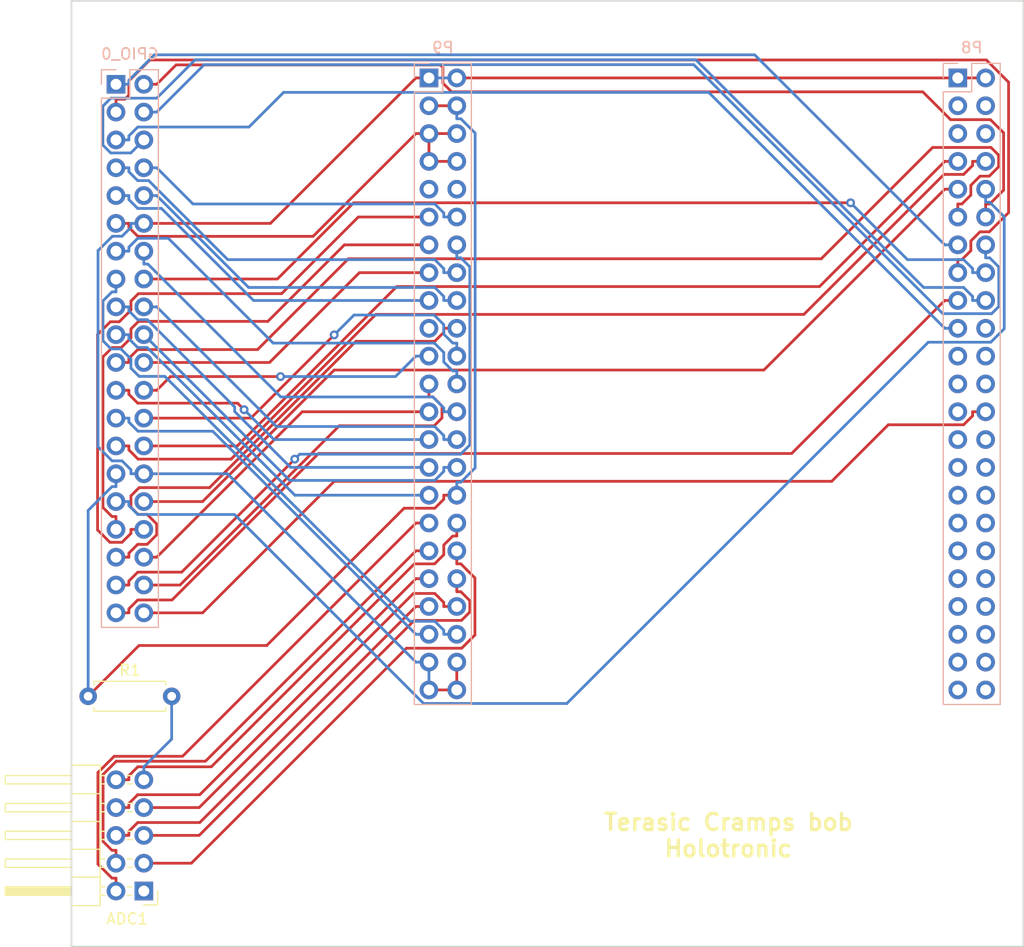
<source format=kicad_pcb>
(kicad_pcb (version 20171130) (host pcbnew 5.0.2-bee76a0~70~ubuntu18.04.1)

  (general
    (thickness 1.6)
    (drawings 5)
    (tracks 450)
    (zones 0)
    (modules 5)
    (nets 83)
  )

  (page A4)
  (layers
    (0 F.Cu signal)
    (31 B.Cu signal)
    (32 B.Adhes user hide)
    (33 F.Adhes user hide)
    (34 B.Paste user hide)
    (35 F.Paste user hide)
    (36 B.SilkS user)
    (37 F.SilkS user)
    (38 B.Mask user)
    (39 F.Mask user)
    (40 Dwgs.User user hide)
    (41 Cmts.User user hide)
    (42 Eco1.User user hide)
    (43 Eco2.User user hide)
    (44 Edge.Cuts user)
    (45 Margin user hide)
    (46 B.CrtYd user hide)
    (47 F.CrtYd user hide)
    (48 B.Fab user hide)
    (49 F.Fab user hide)
  )

  (setup
    (last_trace_width 0.25)
    (trace_clearance 0.2)
    (zone_clearance 0.508)
    (zone_45_only no)
    (trace_min 0.2)
    (segment_width 0.2)
    (edge_width 0.15)
    (via_size 0.8)
    (via_drill 0.4)
    (via_min_size 0.4)
    (via_min_drill 0.3)
    (uvia_size 0.3)
    (uvia_drill 0.1)
    (uvias_allowed no)
    (uvia_min_size 0.2)
    (uvia_min_drill 0.1)
    (pcb_text_width 0.3)
    (pcb_text_size 1.5 1.5)
    (mod_edge_width 0.15)
    (mod_text_size 1 1)
    (mod_text_width 0.15)
    (pad_size 1.524 1.524)
    (pad_drill 0.762)
    (pad_to_mask_clearance 0.051)
    (solder_mask_min_width 0.25)
    (aux_axis_origin 0 0)
    (visible_elements FFFFFF7F)
    (pcbplotparams
      (layerselection 0x010f0_ffffffff)
      (usegerberextensions true)
      (usegerberattributes false)
      (usegerberadvancedattributes false)
      (creategerberjobfile false)
      (excludeedgelayer true)
      (linewidth 0.100000)
      (plotframeref false)
      (viasonmask false)
      (mode 1)
      (useauxorigin false)
      (hpglpennumber 1)
      (hpglpenspeed 20)
      (hpglpendiameter 15.000000)
      (psnegative false)
      (psa4output false)
      (plotreference true)
      (plotvalue true)
      (plotinvisibletext false)
      (padsonsilk false)
      (subtractmaskfromsilk false)
      (outputformat 1)
      (mirror false)
      (drillshape 0)
      (scaleselection 1)
      (outputdirectory "Gerbers/"))
  )

  (net 0 "")
  (net 1 "Net-(ADC1-Pad1)")
  (net 2 THERM0)
  (net 3 THERM1)
  (net 4 THERM2)
  (net 5 AIN3)
  (net 6 AIN0)
  (net 7 AIN1)
  (net 8 AIN2)
  (net 9 "Net-(ADC1-Pad9)")
  (net 10 ADC_GND)
  (net 11 X_STEP)
  (net 12 X_DIR)
  (net 13 Y_STEP)
  (net 14 Y_DIR)
  (net 15 Z_STEP)
  (net 16 Z_DIR)
  (net 17 E0_STEP)
  (net 18 E0_DIR)
  (net 19 E1_STEP)
  (net 20 E1_DIR)
  (net 21 DGND)
  (net 22 E2_STEP)
  (net 23 E2_DIR)
  (net 24 STEP_U)
  (net 25 DIR_U)
  (net 26 STEP_V)
  (net 27 DIR_V)
  (net 28 STEP_W)
  (net 29 DIR_W)
  (net 30 FET1)
  (net 31 FET2)
  (net 32 FET3)
  (net 33 FET4)
  (net 34 FET5)
  (net 35 FET6)
  (net 36 X-MIN)
  (net 37 X-MAX)
  (net 38 ADC_VDD)
  (net 39 Y-MIN)
  (net 40 Y-MAX)
  (net 41 Z-MIN)
  (net 42 Z-MAX)
  (net 43 SDA)
  (net 44 LED)
  (net 45 AXIS_ENAn)
  (net 46 MACHINE_PWR)
  (net 47 ESTOP)
  (net 48 ESTOP_SW)
  (net 49 "Net-(P8-Pad46)")
  (net 50 "Net-(P8-Pad45)")
  (net 51 "Net-(P8-Pad44)")
  (net 52 "Net-(P8-Pad43)")
  (net 53 "Net-(P8-Pad42)")
  (net 54 "Net-(P8-Pad41)")
  (net 55 "Net-(P8-Pad40)")
  (net 56 "Net-(P8-Pad39)")
  (net 57 "Net-(P8-Pad38)")
  (net 58 "Net-(P8-Pad37)")
  (net 59 "Net-(P8-Pad36)")
  (net 60 "Net-(P8-Pad35)")
  (net 61 "Net-(P8-Pad34)")
  (net 62 "Net-(P8-Pad33)")
  (net 63 "Net-(P8-Pad32)")
  (net 64 "Net-(P8-Pad31)")
  (net 65 "Net-(P8-Pad30)")
  (net 66 "Net-(P8-Pad29)")
  (net 67 "Net-(P8-Pad28)")
  (net 68 "Net-(P8-Pad27)")
  (net 69 "Net-(P8-Pad25)")
  (net 70 "Net-(P8-Pad24)")
  (net 71 "Net-(P8-Pad23)")
  (net 72 "Net-(P8-Pad22)")
  (net 73 "Net-(P8-Pad21)")
  (net 74 "Net-(P8-Pad20)")
  (net 75 "Net-(P8-Pad6)")
  (net 76 "Net-(P8-Pad5)")
  (net 77 "Net-(P8-Pad4)")
  (net 78 "Net-(P8-Pad3)")
  (net 79 "Net-(P9-Pad19)")
  (net 80 "Net-(P9-Pad10)")
  (net 81 "Net-(P9-Pad9)")
  (net 82 SYS_5V)

  (net_class Default "This is the default net class."
    (clearance 0.2)
    (trace_width 0.25)
    (via_dia 0.8)
    (via_drill 0.4)
    (uvia_dia 0.3)
    (uvia_drill 0.1)
    (add_net ADC_GND)
    (add_net ADC_VDD)
    (add_net AIN0)
    (add_net AIN1)
    (add_net AIN2)
    (add_net AIN3)
    (add_net AXIS_ENAn)
    (add_net DGND)
    (add_net DIR_U)
    (add_net DIR_V)
    (add_net DIR_W)
    (add_net E0_DIR)
    (add_net E0_STEP)
    (add_net E1_DIR)
    (add_net E1_STEP)
    (add_net E2_DIR)
    (add_net E2_STEP)
    (add_net ESTOP)
    (add_net ESTOP_SW)
    (add_net FET1)
    (add_net FET2)
    (add_net FET3)
    (add_net FET4)
    (add_net FET5)
    (add_net FET6)
    (add_net LED)
    (add_net MACHINE_PWR)
    (add_net "Net-(ADC1-Pad1)")
    (add_net "Net-(ADC1-Pad9)")
    (add_net "Net-(P8-Pad20)")
    (add_net "Net-(P8-Pad21)")
    (add_net "Net-(P8-Pad22)")
    (add_net "Net-(P8-Pad23)")
    (add_net "Net-(P8-Pad24)")
    (add_net "Net-(P8-Pad25)")
    (add_net "Net-(P8-Pad27)")
    (add_net "Net-(P8-Pad28)")
    (add_net "Net-(P8-Pad29)")
    (add_net "Net-(P8-Pad3)")
    (add_net "Net-(P8-Pad30)")
    (add_net "Net-(P8-Pad31)")
    (add_net "Net-(P8-Pad32)")
    (add_net "Net-(P8-Pad33)")
    (add_net "Net-(P8-Pad34)")
    (add_net "Net-(P8-Pad35)")
    (add_net "Net-(P8-Pad36)")
    (add_net "Net-(P8-Pad37)")
    (add_net "Net-(P8-Pad38)")
    (add_net "Net-(P8-Pad39)")
    (add_net "Net-(P8-Pad4)")
    (add_net "Net-(P8-Pad40)")
    (add_net "Net-(P8-Pad41)")
    (add_net "Net-(P8-Pad42)")
    (add_net "Net-(P8-Pad43)")
    (add_net "Net-(P8-Pad44)")
    (add_net "Net-(P8-Pad45)")
    (add_net "Net-(P8-Pad46)")
    (add_net "Net-(P8-Pad5)")
    (add_net "Net-(P8-Pad6)")
    (add_net "Net-(P9-Pad10)")
    (add_net "Net-(P9-Pad19)")
    (add_net "Net-(P9-Pad9)")
    (add_net SDA)
    (add_net STEP_U)
    (add_net STEP_V)
    (add_net STEP_W)
    (add_net SYS_5V)
    (add_net THERM0)
    (add_net THERM1)
    (add_net THERM2)
    (add_net X-MAX)
    (add_net X-MIN)
    (add_net X_DIR)
    (add_net X_STEP)
    (add_net Y-MAX)
    (add_net Y-MIN)
    (add_net Y_DIR)
    (add_net Y_STEP)
    (add_net Z-MAX)
    (add_net Z-MIN)
    (add_net Z_DIR)
    (add_net Z_STEP)
  )

  (module Connector_PinSocket_2.54mm:PinSocket_2x20_P2.54mm_Vertical (layer B.Cu) (tedit 5A19A433) (tstamp 5C3EE80C)
    (at 91.44 68.58 180)
    (descr "Through hole straight socket strip, 2x20, 2.54mm pitch, double cols (from Kicad 4.0.7), script generated")
    (tags "Through hole socket strip THT 2x20 2.54mm double row")
    (path /581404F4)
    (fp_text reference GPIO_0 (at -1.27 2.77 180) (layer B.SilkS)
      (effects (font (size 1 1) (thickness 0.15)) (justify mirror))
    )
    (fp_text value CONN_02X20 (at -1.27 -51.03 180) (layer B.Fab)
      (effects (font (size 1 1) (thickness 0.15)) (justify mirror))
    )
    (fp_text user %R (at -1.27 -24.13 90) (layer B.Fab)
      (effects (font (size 1 1) (thickness 0.15)) (justify mirror))
    )
    (fp_line (start -4.34 -50) (end -4.34 1.8) (layer B.CrtYd) (width 0.05))
    (fp_line (start 1.76 -50) (end -4.34 -50) (layer B.CrtYd) (width 0.05))
    (fp_line (start 1.76 1.8) (end 1.76 -50) (layer B.CrtYd) (width 0.05))
    (fp_line (start -4.34 1.8) (end 1.76 1.8) (layer B.CrtYd) (width 0.05))
    (fp_line (start 0 1.33) (end 1.33 1.33) (layer B.SilkS) (width 0.12))
    (fp_line (start 1.33 1.33) (end 1.33 0) (layer B.SilkS) (width 0.12))
    (fp_line (start -1.27 1.33) (end -1.27 -1.27) (layer B.SilkS) (width 0.12))
    (fp_line (start -1.27 -1.27) (end 1.33 -1.27) (layer B.SilkS) (width 0.12))
    (fp_line (start 1.33 -1.27) (end 1.33 -49.59) (layer B.SilkS) (width 0.12))
    (fp_line (start -3.87 -49.59) (end 1.33 -49.59) (layer B.SilkS) (width 0.12))
    (fp_line (start -3.87 1.33) (end -3.87 -49.59) (layer B.SilkS) (width 0.12))
    (fp_line (start -3.87 1.33) (end -1.27 1.33) (layer B.SilkS) (width 0.12))
    (fp_line (start -3.81 -49.53) (end -3.81 1.27) (layer B.Fab) (width 0.1))
    (fp_line (start 1.27 -49.53) (end -3.81 -49.53) (layer B.Fab) (width 0.1))
    (fp_line (start 1.27 0.27) (end 1.27 -49.53) (layer B.Fab) (width 0.1))
    (fp_line (start 0.27 1.27) (end 1.27 0.27) (layer B.Fab) (width 0.1))
    (fp_line (start -3.81 1.27) (end 0.27 1.27) (layer B.Fab) (width 0.1))
    (pad 40 thru_hole oval (at -2.54 -48.26 180) (size 1.7 1.7) (drill 1) (layers *.Cu *.Mask)
      (net 48 ESTOP_SW))
    (pad 39 thru_hole oval (at 0 -48.26 180) (size 1.7 1.7) (drill 1) (layers *.Cu *.Mask)
      (net 47 ESTOP))
    (pad 38 thru_hole oval (at -2.54 -45.72 180) (size 1.7 1.7) (drill 1) (layers *.Cu *.Mask)
      (net 46 MACHINE_PWR))
    (pad 37 thru_hole oval (at 0 -45.72 180) (size 1.7 1.7) (drill 1) (layers *.Cu *.Mask)
      (net 45 AXIS_ENAn))
    (pad 36 thru_hole oval (at -2.54 -43.18 180) (size 1.7 1.7) (drill 1) (layers *.Cu *.Mask)
      (net 44 LED))
    (pad 35 thru_hole oval (at 0 -43.18 180) (size 1.7 1.7) (drill 1) (layers *.Cu *.Mask)
      (net 43 SDA))
    (pad 34 thru_hole oval (at -2.54 -40.64 180) (size 1.7 1.7) (drill 1) (layers *.Cu *.Mask)
      (net 42 Z-MAX))
    (pad 33 thru_hole oval (at 0 -40.64 180) (size 1.7 1.7) (drill 1) (layers *.Cu *.Mask)
      (net 41 Z-MIN))
    (pad 32 thru_hole oval (at -2.54 -38.1 180) (size 1.7 1.7) (drill 1) (layers *.Cu *.Mask)
      (net 40 Y-MAX))
    (pad 31 thru_hole oval (at 0 -38.1 180) (size 1.7 1.7) (drill 1) (layers *.Cu *.Mask)
      (net 39 Y-MIN))
    (pad 30 thru_hole oval (at -2.54 -35.56 180) (size 1.7 1.7) (drill 1) (layers *.Cu *.Mask)
      (net 21 DGND))
    (pad 29 thru_hole oval (at 0 -35.56 180) (size 1.7 1.7) (drill 1) (layers *.Cu *.Mask)
      (net 38 ADC_VDD))
    (pad 28 thru_hole oval (at -2.54 -33.02 180) (size 1.7 1.7) (drill 1) (layers *.Cu *.Mask)
      (net 37 X-MAX))
    (pad 27 thru_hole oval (at 0 -33.02 180) (size 1.7 1.7) (drill 1) (layers *.Cu *.Mask)
      (net 36 X-MIN))
    (pad 26 thru_hole oval (at -2.54 -30.48 180) (size 1.7 1.7) (drill 1) (layers *.Cu *.Mask)
      (net 35 FET6))
    (pad 25 thru_hole oval (at 0 -30.48 180) (size 1.7 1.7) (drill 1) (layers *.Cu *.Mask)
      (net 34 FET5))
    (pad 24 thru_hole oval (at -2.54 -27.94 180) (size 1.7 1.7) (drill 1) (layers *.Cu *.Mask)
      (net 33 FET4))
    (pad 23 thru_hole oval (at 0 -27.94 180) (size 1.7 1.7) (drill 1) (layers *.Cu *.Mask)
      (net 32 FET3))
    (pad 22 thru_hole oval (at -2.54 -25.4 180) (size 1.7 1.7) (drill 1) (layers *.Cu *.Mask)
      (net 31 FET2))
    (pad 21 thru_hole oval (at 0 -25.4 180) (size 1.7 1.7) (drill 1) (layers *.Cu *.Mask)
      (net 30 FET1))
    (pad 20 thru_hole oval (at -2.54 -22.86 180) (size 1.7 1.7) (drill 1) (layers *.Cu *.Mask)
      (net 29 DIR_W))
    (pad 19 thru_hole oval (at 0 -22.86 180) (size 1.7 1.7) (drill 1) (layers *.Cu *.Mask)
      (net 28 STEP_W))
    (pad 18 thru_hole oval (at -2.54 -20.32 180) (size 1.7 1.7) (drill 1) (layers *.Cu *.Mask)
      (net 27 DIR_V))
    (pad 17 thru_hole oval (at 0 -20.32 180) (size 1.7 1.7) (drill 1) (layers *.Cu *.Mask)
      (net 26 STEP_V))
    (pad 16 thru_hole oval (at -2.54 -17.78 180) (size 1.7 1.7) (drill 1) (layers *.Cu *.Mask)
      (net 25 DIR_U))
    (pad 15 thru_hole oval (at 0 -17.78 180) (size 1.7 1.7) (drill 1) (layers *.Cu *.Mask)
      (net 24 STEP_U))
    (pad 14 thru_hole oval (at -2.54 -15.24 180) (size 1.7 1.7) (drill 1) (layers *.Cu *.Mask)
      (net 23 E2_DIR))
    (pad 13 thru_hole oval (at 0 -15.24 180) (size 1.7 1.7) (drill 1) (layers *.Cu *.Mask)
      (net 22 E2_STEP))
    (pad 12 thru_hole oval (at -2.54 -12.7 180) (size 1.7 1.7) (drill 1) (layers *.Cu *.Mask)
      (net 21 DGND))
    (pad 11 thru_hole oval (at 0 -12.7 180) (size 1.7 1.7) (drill 1) (layers *.Cu *.Mask)
      (net 82 SYS_5V))
    (pad 10 thru_hole oval (at -2.54 -10.16 180) (size 1.7 1.7) (drill 1) (layers *.Cu *.Mask)
      (net 20 E1_DIR))
    (pad 9 thru_hole oval (at 0 -10.16 180) (size 1.7 1.7) (drill 1) (layers *.Cu *.Mask)
      (net 19 E1_STEP))
    (pad 8 thru_hole oval (at -2.54 -7.62 180) (size 1.7 1.7) (drill 1) (layers *.Cu *.Mask)
      (net 18 E0_DIR))
    (pad 7 thru_hole oval (at 0 -7.62 180) (size 1.7 1.7) (drill 1) (layers *.Cu *.Mask)
      (net 17 E0_STEP))
    (pad 6 thru_hole oval (at -2.54 -5.08 180) (size 1.7 1.7) (drill 1) (layers *.Cu *.Mask)
      (net 16 Z_DIR))
    (pad 5 thru_hole oval (at 0 -5.08 180) (size 1.7 1.7) (drill 1) (layers *.Cu *.Mask)
      (net 15 Z_STEP))
    (pad 4 thru_hole oval (at -2.54 -2.54 180) (size 1.7 1.7) (drill 1) (layers *.Cu *.Mask)
      (net 14 Y_DIR))
    (pad 3 thru_hole oval (at 0 -2.54 180) (size 1.7 1.7) (drill 1) (layers *.Cu *.Mask)
      (net 13 Y_STEP))
    (pad 2 thru_hole oval (at -2.54 0 180) (size 1.7 1.7) (drill 1) (layers *.Cu *.Mask)
      (net 12 X_DIR))
    (pad 1 thru_hole rect (at 0 0 180) (size 1.7 1.7) (drill 1) (layers *.Cu *.Mask)
      (net 11 X_STEP))
    (model ${KISYS3DMOD}/Connector_PinSocket_2.54mm.3dshapes/PinSocket_2x20_P2.54mm_Vertical.wrl
      (at (xyz 0 0 0))
      (scale (xyz 1 1 1))
      (rotate (xyz 0 0 0))
    )
  )

  (module Connector_PinSocket_2.54mm:PinSocket_2x23_P2.54mm_Vertical (layer B.Cu) (tedit 5A19A424) (tstamp 5C2ED201)
    (at 168.26 68 180)
    (descr "Through hole straight socket strip, 2x23, 2.54mm pitch, double cols (from Kicad 4.0.7), script generated")
    (tags "Through hole socket strip THT 2x23 2.54mm double row")
    (path /5813F816)
    (fp_text reference P8 (at -1.27 2.77 180) (layer B.SilkS)
      (effects (font (size 1 1) (thickness 0.15)) (justify mirror))
    )
    (fp_text value BB_EXP_CONN (at -1.27 -58.65 180) (layer B.Fab)
      (effects (font (size 1 1) (thickness 0.15)) (justify mirror))
    )
    (fp_text user %R (at -1.27 -27.94 90) (layer B.Fab)
      (effects (font (size 1 1) (thickness 0.15)) (justify mirror))
    )
    (fp_line (start -4.34 -57.65) (end -4.34 1.8) (layer B.CrtYd) (width 0.05))
    (fp_line (start 1.76 -57.65) (end -4.34 -57.65) (layer B.CrtYd) (width 0.05))
    (fp_line (start 1.76 1.8) (end 1.76 -57.65) (layer B.CrtYd) (width 0.05))
    (fp_line (start -4.34 1.8) (end 1.76 1.8) (layer B.CrtYd) (width 0.05))
    (fp_line (start 0 1.33) (end 1.33 1.33) (layer B.SilkS) (width 0.12))
    (fp_line (start 1.33 1.33) (end 1.33 0) (layer B.SilkS) (width 0.12))
    (fp_line (start -1.27 1.33) (end -1.27 -1.27) (layer B.SilkS) (width 0.12))
    (fp_line (start -1.27 -1.27) (end 1.33 -1.27) (layer B.SilkS) (width 0.12))
    (fp_line (start 1.33 -1.27) (end 1.33 -57.21) (layer B.SilkS) (width 0.12))
    (fp_line (start -3.87 -57.21) (end 1.33 -57.21) (layer B.SilkS) (width 0.12))
    (fp_line (start -3.87 1.33) (end -3.87 -57.21) (layer B.SilkS) (width 0.12))
    (fp_line (start -3.87 1.33) (end -1.27 1.33) (layer B.SilkS) (width 0.12))
    (fp_line (start -3.81 -57.15) (end -3.81 1.27) (layer B.Fab) (width 0.1))
    (fp_line (start 1.27 -57.15) (end -3.81 -57.15) (layer B.Fab) (width 0.1))
    (fp_line (start 1.27 0.27) (end 1.27 -57.15) (layer B.Fab) (width 0.1))
    (fp_line (start 0.27 1.27) (end 1.27 0.27) (layer B.Fab) (width 0.1))
    (fp_line (start -3.81 1.27) (end 0.27 1.27) (layer B.Fab) (width 0.1))
    (pad 46 thru_hole oval (at -2.54 -55.88 180) (size 1.7 1.7) (drill 1) (layers *.Cu *.Mask)
      (net 49 "Net-(P8-Pad46)"))
    (pad 45 thru_hole oval (at 0 -55.88 180) (size 1.7 1.7) (drill 1) (layers *.Cu *.Mask)
      (net 50 "Net-(P8-Pad45)"))
    (pad 44 thru_hole oval (at -2.54 -53.34 180) (size 1.7 1.7) (drill 1) (layers *.Cu *.Mask)
      (net 51 "Net-(P8-Pad44)"))
    (pad 43 thru_hole oval (at 0 -53.34 180) (size 1.7 1.7) (drill 1) (layers *.Cu *.Mask)
      (net 52 "Net-(P8-Pad43)"))
    (pad 42 thru_hole oval (at -2.54 -50.8 180) (size 1.7 1.7) (drill 1) (layers *.Cu *.Mask)
      (net 53 "Net-(P8-Pad42)"))
    (pad 41 thru_hole oval (at 0 -50.8 180) (size 1.7 1.7) (drill 1) (layers *.Cu *.Mask)
      (net 54 "Net-(P8-Pad41)"))
    (pad 40 thru_hole oval (at -2.54 -48.26 180) (size 1.7 1.7) (drill 1) (layers *.Cu *.Mask)
      (net 55 "Net-(P8-Pad40)"))
    (pad 39 thru_hole oval (at 0 -48.26 180) (size 1.7 1.7) (drill 1) (layers *.Cu *.Mask)
      (net 56 "Net-(P8-Pad39)"))
    (pad 38 thru_hole oval (at -2.54 -45.72 180) (size 1.7 1.7) (drill 1) (layers *.Cu *.Mask)
      (net 57 "Net-(P8-Pad38)"))
    (pad 37 thru_hole oval (at 0 -45.72 180) (size 1.7 1.7) (drill 1) (layers *.Cu *.Mask)
      (net 58 "Net-(P8-Pad37)"))
    (pad 36 thru_hole oval (at -2.54 -43.18 180) (size 1.7 1.7) (drill 1) (layers *.Cu *.Mask)
      (net 59 "Net-(P8-Pad36)"))
    (pad 35 thru_hole oval (at 0 -43.18 180) (size 1.7 1.7) (drill 1) (layers *.Cu *.Mask)
      (net 60 "Net-(P8-Pad35)"))
    (pad 34 thru_hole oval (at -2.54 -40.64 180) (size 1.7 1.7) (drill 1) (layers *.Cu *.Mask)
      (net 61 "Net-(P8-Pad34)"))
    (pad 33 thru_hole oval (at 0 -40.64 180) (size 1.7 1.7) (drill 1) (layers *.Cu *.Mask)
      (net 62 "Net-(P8-Pad33)"))
    (pad 32 thru_hole oval (at -2.54 -38.1 180) (size 1.7 1.7) (drill 1) (layers *.Cu *.Mask)
      (net 63 "Net-(P8-Pad32)"))
    (pad 31 thru_hole oval (at 0 -38.1 180) (size 1.7 1.7) (drill 1) (layers *.Cu *.Mask)
      (net 64 "Net-(P8-Pad31)"))
    (pad 30 thru_hole oval (at -2.54 -35.56 180) (size 1.7 1.7) (drill 1) (layers *.Cu *.Mask)
      (net 65 "Net-(P8-Pad30)"))
    (pad 29 thru_hole oval (at 0 -35.56 180) (size 1.7 1.7) (drill 1) (layers *.Cu *.Mask)
      (net 66 "Net-(P8-Pad29)"))
    (pad 28 thru_hole oval (at -2.54 -33.02 180) (size 1.7 1.7) (drill 1) (layers *.Cu *.Mask)
      (net 67 "Net-(P8-Pad28)"))
    (pad 27 thru_hole oval (at 0 -33.02 180) (size 1.7 1.7) (drill 1) (layers *.Cu *.Mask)
      (net 68 "Net-(P8-Pad27)"))
    (pad 26 thru_hole oval (at -2.54 -30.48 180) (size 1.7 1.7) (drill 1) (layers *.Cu *.Mask)
      (net 48 ESTOP_SW))
    (pad 25 thru_hole oval (at 0 -30.48 180) (size 1.7 1.7) (drill 1) (layers *.Cu *.Mask)
      (net 69 "Net-(P8-Pad25)"))
    (pad 24 thru_hole oval (at -2.54 -27.94 180) (size 1.7 1.7) (drill 1) (layers *.Cu *.Mask)
      (net 70 "Net-(P8-Pad24)"))
    (pad 23 thru_hole oval (at 0 -27.94 180) (size 1.7 1.7) (drill 1) (layers *.Cu *.Mask)
      (net 71 "Net-(P8-Pad23)"))
    (pad 22 thru_hole oval (at -2.54 -25.4 180) (size 1.7 1.7) (drill 1) (layers *.Cu *.Mask)
      (net 72 "Net-(P8-Pad22)"))
    (pad 21 thru_hole oval (at 0 -25.4 180) (size 1.7 1.7) (drill 1) (layers *.Cu *.Mask)
      (net 73 "Net-(P8-Pad21)"))
    (pad 20 thru_hole oval (at -2.54 -22.86 180) (size 1.7 1.7) (drill 1) (layers *.Cu *.Mask)
      (net 74 "Net-(P8-Pad20)"))
    (pad 19 thru_hole oval (at 0 -22.86 180) (size 1.7 1.7) (drill 1) (layers *.Cu *.Mask)
      (net 15 Z_STEP))
    (pad 18 thru_hole oval (at -2.54 -20.32 180) (size 1.7 1.7) (drill 1) (layers *.Cu *.Mask)
      (net 16 Z_DIR))
    (pad 17 thru_hole oval (at 0 -20.32 180) (size 1.7 1.7) (drill 1) (layers *.Cu *.Mask)
      (net 47 ESTOP))
    (pad 16 thru_hole oval (at -2.54 -17.78 180) (size 1.7 1.7) (drill 1) (layers *.Cu *.Mask)
      (net 25 DIR_U))
    (pad 15 thru_hole oval (at 0 -17.78 180) (size 1.7 1.7) (drill 1) (layers *.Cu *.Mask)
      (net 13 Y_STEP))
    (pad 14 thru_hole oval (at -2.54 -15.24 180) (size 1.7 1.7) (drill 1) (layers *.Cu *.Mask)
      (net 14 Y_DIR))
    (pad 13 thru_hole oval (at 0 -15.24 180) (size 1.7 1.7) (drill 1) (layers *.Cu *.Mask)
      (net 11 X_STEP))
    (pad 12 thru_hole oval (at -2.54 -12.7 180) (size 1.7 1.7) (drill 1) (layers *.Cu *.Mask)
      (net 12 X_DIR))
    (pad 11 thru_hole oval (at 0 -12.7 180) (size 1.7 1.7) (drill 1) (layers *.Cu *.Mask)
      (net 30 FET1))
    (pad 10 thru_hole oval (at -2.54 -10.16 180) (size 1.7 1.7) (drill 1) (layers *.Cu *.Mask)
      (net 39 Y-MIN))
    (pad 9 thru_hole oval (at 0 -10.16 180) (size 1.7 1.7) (drill 1) (layers *.Cu *.Mask)
      (net 40 Y-MAX))
    (pad 8 thru_hole oval (at -2.54 -7.62 180) (size 1.7 1.7) (drill 1) (layers *.Cu *.Mask)
      (net 36 X-MIN))
    (pad 7 thru_hole oval (at 0 -7.62 180) (size 1.7 1.7) (drill 1) (layers *.Cu *.Mask)
      (net 37 X-MAX))
    (pad 6 thru_hole oval (at -2.54 -5.08 180) (size 1.7 1.7) (drill 1) (layers *.Cu *.Mask)
      (net 75 "Net-(P8-Pad6)"))
    (pad 5 thru_hole oval (at 0 -5.08 180) (size 1.7 1.7) (drill 1) (layers *.Cu *.Mask)
      (net 76 "Net-(P8-Pad5)"))
    (pad 4 thru_hole oval (at -2.54 -2.54 180) (size 1.7 1.7) (drill 1) (layers *.Cu *.Mask)
      (net 77 "Net-(P8-Pad4)"))
    (pad 3 thru_hole oval (at 0 -2.54 180) (size 1.7 1.7) (drill 1) (layers *.Cu *.Mask)
      (net 78 "Net-(P8-Pad3)"))
    (pad 2 thru_hole oval (at -2.54 0 180) (size 1.7 1.7) (drill 1) (layers *.Cu *.Mask)
      (net 21 DGND))
    (pad 1 thru_hole rect (at 0 0 180) (size 1.7 1.7) (drill 1) (layers *.Cu *.Mask)
      (net 21 DGND))
    (model ${KISYS3DMOD}/Connector_PinSocket_2.54mm.3dshapes/PinSocket_2x23_P2.54mm_Vertical.wrl
      (offset (xyz 0 -55.8 0))
      (scale (xyz 1 1 1))
      (rotate (xyz 180 0 0))
    )
  )

  (module Connector_PinSocket_2.54mm:PinSocket_2x23_P2.54mm_Vertical (layer B.Cu) (tedit 5A19A424) (tstamp 5C2ED240)
    (at 120 68 180)
    (descr "Through hole straight socket strip, 2x23, 2.54mm pitch, double cols (from Kicad 4.0.7), script generated")
    (tags "Through hole socket strip THT 2x23 2.54mm double row")
    (path /5813F817)
    (fp_text reference P9 (at -1.27 2.77 180) (layer B.SilkS)
      (effects (font (size 1 1) (thickness 0.15)) (justify mirror))
    )
    (fp_text value BB_EXP_CONN (at -1.27 -58.65 180) (layer B.Fab)
      (effects (font (size 1 1) (thickness 0.15)) (justify mirror))
    )
    (fp_text user %R (at -1.27 -27.94 90) (layer B.Fab)
      (effects (font (size 1 1) (thickness 0.15)) (justify mirror))
    )
    (fp_line (start -4.34 -57.65) (end -4.34 1.8) (layer B.CrtYd) (width 0.05))
    (fp_line (start 1.76 -57.65) (end -4.34 -57.65) (layer B.CrtYd) (width 0.05))
    (fp_line (start 1.76 1.8) (end 1.76 -57.65) (layer B.CrtYd) (width 0.05))
    (fp_line (start -4.34 1.8) (end 1.76 1.8) (layer B.CrtYd) (width 0.05))
    (fp_line (start 0 1.33) (end 1.33 1.33) (layer B.SilkS) (width 0.12))
    (fp_line (start 1.33 1.33) (end 1.33 0) (layer B.SilkS) (width 0.12))
    (fp_line (start -1.27 1.33) (end -1.27 -1.27) (layer B.SilkS) (width 0.12))
    (fp_line (start -1.27 -1.27) (end 1.33 -1.27) (layer B.SilkS) (width 0.12))
    (fp_line (start 1.33 -1.27) (end 1.33 -57.21) (layer B.SilkS) (width 0.12))
    (fp_line (start -3.87 -57.21) (end 1.33 -57.21) (layer B.SilkS) (width 0.12))
    (fp_line (start -3.87 1.33) (end -3.87 -57.21) (layer B.SilkS) (width 0.12))
    (fp_line (start -3.87 1.33) (end -1.27 1.33) (layer B.SilkS) (width 0.12))
    (fp_line (start -3.81 -57.15) (end -3.81 1.27) (layer B.Fab) (width 0.1))
    (fp_line (start 1.27 -57.15) (end -3.81 -57.15) (layer B.Fab) (width 0.1))
    (fp_line (start 1.27 0.27) (end 1.27 -57.15) (layer B.Fab) (width 0.1))
    (fp_line (start 0.27 1.27) (end 1.27 0.27) (layer B.Fab) (width 0.1))
    (fp_line (start -3.81 1.27) (end 0.27 1.27) (layer B.Fab) (width 0.1))
    (pad 46 thru_hole oval (at -2.54 -55.88 180) (size 1.7 1.7) (drill 1) (layers *.Cu *.Mask)
      (net 21 DGND))
    (pad 45 thru_hole oval (at 0 -55.88 180) (size 1.7 1.7) (drill 1) (layers *.Cu *.Mask)
      (net 21 DGND))
    (pad 44 thru_hole oval (at -2.54 -53.34 180) (size 1.7 1.7) (drill 1) (layers *.Cu *.Mask)
      (net 21 DGND))
    (pad 43 thru_hole oval (at 0 -53.34 180) (size 1.7 1.7) (drill 1) (layers *.Cu *.Mask)
      (net 21 DGND))
    (pad 42 thru_hole oval (at -2.54 -50.8 180) (size 1.7 1.7) (drill 1) (layers *.Cu *.Mask)
      (net 24 STEP_U))
    (pad 41 thru_hole oval (at 0 -50.8 180) (size 1.7 1.7) (drill 1) (layers *.Cu *.Mask)
      (net 34 FET5))
    (pad 40 thru_hole oval (at -2.54 -48.26 180) (size 1.7 1.7) (drill 1) (layers *.Cu *.Mask)
      (net 7 AIN1))
    (pad 39 thru_hole oval (at 0 -48.26 180) (size 1.7 1.7) (drill 1) (layers *.Cu *.Mask)
      (net 6 AIN0))
    (pad 38 thru_hole oval (at -2.54 -45.72 180) (size 1.7 1.7) (drill 1) (layers *.Cu *.Mask)
      (net 5 AIN3))
    (pad 37 thru_hole oval (at 0 -45.72 180) (size 1.7 1.7) (drill 1) (layers *.Cu *.Mask)
      (net 8 AIN2))
    (pad 36 thru_hole oval (at -2.54 -43.18 180) (size 1.7 1.7) (drill 1) (layers *.Cu *.Mask)
      (net 3 THERM1))
    (pad 35 thru_hole oval (at 0 -43.18 180) (size 1.7 1.7) (drill 1) (layers *.Cu *.Mask)
      (net 4 THERM2))
    (pad 34 thru_hole oval (at -2.54 -40.64 180) (size 1.7 1.7) (drill 1) (layers *.Cu *.Mask)
      (net 10 ADC_GND))
    (pad 33 thru_hole oval (at 0 -40.64 180) (size 1.7 1.7) (drill 1) (layers *.Cu *.Mask)
      (net 2 THERM0))
    (pad 32 thru_hole oval (at -2.54 -38.1 180) (size 1.7 1.7) (drill 1) (layers *.Cu *.Mask)
      (net 38 ADC_VDD))
    (pad 31 thru_hole oval (at 0 -38.1 180) (size 1.7 1.7) (drill 1) (layers *.Cu *.Mask)
      (net 28 STEP_W))
    (pad 30 thru_hole oval (at -2.54 -35.56 180) (size 1.7 1.7) (drill 1) (layers *.Cu *.Mask)
      (net 29 DIR_W))
    (pad 29 thru_hole oval (at 0 -35.56 180) (size 1.7 1.7) (drill 1) (layers *.Cu *.Mask)
      (net 26 STEP_V))
    (pad 28 thru_hole oval (at -2.54 -33.02 180) (size 1.7 1.7) (drill 1) (layers *.Cu *.Mask)
      (net 27 DIR_V))
    (pad 27 thru_hole oval (at 0 -33.02 180) (size 1.7 1.7) (drill 1) (layers *.Cu *.Mask)
      (net 32 FET3))
    (pad 26 thru_hole oval (at -2.54 -30.48 180) (size 1.7 1.7) (drill 1) (layers *.Cu *.Mask)
      (net 23 E2_DIR))
    (pad 25 thru_hole oval (at 0 -30.48 180) (size 1.7 1.7) (drill 1) (layers *.Cu *.Mask)
      (net 44 LED))
    (pad 24 thru_hole oval (at -2.54 -27.94 180) (size 1.7 1.7) (drill 1) (layers *.Cu *.Mask)
      (net 22 E2_STEP))
    (pad 23 thru_hole oval (at 0 -27.94 180) (size 1.7 1.7) (drill 1) (layers *.Cu *.Mask)
      (net 46 MACHINE_PWR))
    (pad 22 thru_hole oval (at -2.54 -25.4 180) (size 1.7 1.7) (drill 1) (layers *.Cu *.Mask)
      (net 35 FET6))
    (pad 21 thru_hole oval (at 0 -25.4 180) (size 1.7 1.7) (drill 1) (layers *.Cu *.Mask)
      (net 33 FET4))
    (pad 20 thru_hole oval (at -2.54 -22.86 180) (size 1.7 1.7) (drill 1) (layers *.Cu *.Mask)
      (net 43 SDA))
    (pad 19 thru_hole oval (at 0 -22.86 180) (size 1.7 1.7) (drill 1) (layers *.Cu *.Mask)
      (net 79 "Net-(P9-Pad19)"))
    (pad 18 thru_hole oval (at -2.54 -20.32 180) (size 1.7 1.7) (drill 1) (layers *.Cu *.Mask)
      (net 20 E1_DIR))
    (pad 17 thru_hole oval (at 0 -20.32 180) (size 1.7 1.7) (drill 1) (layers *.Cu *.Mask)
      (net 19 E1_STEP))
    (pad 16 thru_hole oval (at -2.54 -17.78 180) (size 1.7 1.7) (drill 1) (layers *.Cu *.Mask)
      (net 17 E0_STEP))
    (pad 15 thru_hole oval (at 0 -17.78 180) (size 1.7 1.7) (drill 1) (layers *.Cu *.Mask)
      (net 31 FET2))
    (pad 14 thru_hole oval (at -2.54 -15.24 180) (size 1.7 1.7) (drill 1) (layers *.Cu *.Mask)
      (net 45 AXIS_ENAn))
    (pad 13 thru_hole oval (at 0 -15.24 180) (size 1.7 1.7) (drill 1) (layers *.Cu *.Mask)
      (net 41 Z-MIN))
    (pad 12 thru_hole oval (at -2.54 -12.7 180) (size 1.7 1.7) (drill 1) (layers *.Cu *.Mask)
      (net 18 E0_DIR))
    (pad 11 thru_hole oval (at 0 -12.7 180) (size 1.7 1.7) (drill 1) (layers *.Cu *.Mask)
      (net 42 Z-MAX))
    (pad 10 thru_hole oval (at -2.54 -10.16 180) (size 1.7 1.7) (drill 1) (layers *.Cu *.Mask)
      (net 80 "Net-(P9-Pad10)"))
    (pad 9 thru_hole oval (at 0 -10.16 180) (size 1.7 1.7) (drill 1) (layers *.Cu *.Mask)
      (net 81 "Net-(P9-Pad9)"))
    (pad 8 thru_hole oval (at -2.54 -7.62 180) (size 1.7 1.7) (drill 1) (layers *.Cu *.Mask)
      (net 82 SYS_5V))
    (pad 7 thru_hole oval (at 0 -7.62 180) (size 1.7 1.7) (drill 1) (layers *.Cu *.Mask)
      (net 82 SYS_5V))
    (pad 6 thru_hole oval (at -2.54 -5.08 180) (size 1.7 1.7) (drill 1) (layers *.Cu *.Mask)
      (net 82 SYS_5V))
    (pad 5 thru_hole oval (at 0 -5.08 180) (size 1.7 1.7) (drill 1) (layers *.Cu *.Mask)
      (net 82 SYS_5V))
    (pad 4 thru_hole oval (at -2.54 -2.54 180) (size 1.7 1.7) (drill 1) (layers *.Cu *.Mask)
      (net 38 ADC_VDD))
    (pad 3 thru_hole oval (at 0 -2.54 180) (size 1.7 1.7) (drill 1) (layers *.Cu *.Mask)
      (net 38 ADC_VDD))
    (pad 2 thru_hole oval (at -2.54 0 180) (size 1.7 1.7) (drill 1) (layers *.Cu *.Mask)
      (net 21 DGND))
    (pad 1 thru_hole rect (at 0 0 180) (size 1.7 1.7) (drill 1) (layers *.Cu *.Mask)
      (net 21 DGND))
    (model ${KISYS3DMOD}/Connector_PinSocket_2.54mm.3dshapes/PinSocket_2x23_P2.54mm_Vertical.wrl
      (offset (xyz 0 -55.8 0))
      (scale (xyz 1 1 1))
      (rotate (xyz 180 0 0))
    )
  )

  (module Connector_PinHeader_2.54mm:PinHeader_2x05_P2.54mm_Horizontal (layer F.Cu) (tedit 59FED5CB) (tstamp 5C3EE7CE)
    (at 93.98 142.24 180)
    (descr "Through hole angled pin header, 2x05, 2.54mm pitch, 6mm pin length, double rows")
    (tags "Through hole angled pin header THT 2x05 2.54mm double row")
    (path /58141E82)
    (fp_text reference ADC1 (at 1.524 -2.54 180) (layer F.SilkS)
      (effects (font (size 1 1) (thickness 0.15)))
    )
    (fp_text value CONN_02X05 (at 5.655 12.43 180) (layer F.Fab)
      (effects (font (size 1 1) (thickness 0.15)))
    )
    (fp_line (start 4.675 -1.27) (end 6.58 -1.27) (layer F.Fab) (width 0.1))
    (fp_line (start 6.58 -1.27) (end 6.58 11.43) (layer F.Fab) (width 0.1))
    (fp_line (start 6.58 11.43) (end 4.04 11.43) (layer F.Fab) (width 0.1))
    (fp_line (start 4.04 11.43) (end 4.04 -0.635) (layer F.Fab) (width 0.1))
    (fp_line (start 4.04 -0.635) (end 4.675 -1.27) (layer F.Fab) (width 0.1))
    (fp_line (start -0.32 -0.32) (end 4.04 -0.32) (layer F.Fab) (width 0.1))
    (fp_line (start -0.32 -0.32) (end -0.32 0.32) (layer F.Fab) (width 0.1))
    (fp_line (start -0.32 0.32) (end 4.04 0.32) (layer F.Fab) (width 0.1))
    (fp_line (start 6.58 -0.32) (end 12.58 -0.32) (layer F.Fab) (width 0.1))
    (fp_line (start 12.58 -0.32) (end 12.58 0.32) (layer F.Fab) (width 0.1))
    (fp_line (start 6.58 0.32) (end 12.58 0.32) (layer F.Fab) (width 0.1))
    (fp_line (start -0.32 2.22) (end 4.04 2.22) (layer F.Fab) (width 0.1))
    (fp_line (start -0.32 2.22) (end -0.32 2.86) (layer F.Fab) (width 0.1))
    (fp_line (start -0.32 2.86) (end 4.04 2.86) (layer F.Fab) (width 0.1))
    (fp_line (start 6.58 2.22) (end 12.58 2.22) (layer F.Fab) (width 0.1))
    (fp_line (start 12.58 2.22) (end 12.58 2.86) (layer F.Fab) (width 0.1))
    (fp_line (start 6.58 2.86) (end 12.58 2.86) (layer F.Fab) (width 0.1))
    (fp_line (start -0.32 4.76) (end 4.04 4.76) (layer F.Fab) (width 0.1))
    (fp_line (start -0.32 4.76) (end -0.32 5.4) (layer F.Fab) (width 0.1))
    (fp_line (start -0.32 5.4) (end 4.04 5.4) (layer F.Fab) (width 0.1))
    (fp_line (start 6.58 4.76) (end 12.58 4.76) (layer F.Fab) (width 0.1))
    (fp_line (start 12.58 4.76) (end 12.58 5.4) (layer F.Fab) (width 0.1))
    (fp_line (start 6.58 5.4) (end 12.58 5.4) (layer F.Fab) (width 0.1))
    (fp_line (start -0.32 7.3) (end 4.04 7.3) (layer F.Fab) (width 0.1))
    (fp_line (start -0.32 7.3) (end -0.32 7.94) (layer F.Fab) (width 0.1))
    (fp_line (start -0.32 7.94) (end 4.04 7.94) (layer F.Fab) (width 0.1))
    (fp_line (start 6.58 7.3) (end 12.58 7.3) (layer F.Fab) (width 0.1))
    (fp_line (start 12.58 7.3) (end 12.58 7.94) (layer F.Fab) (width 0.1))
    (fp_line (start 6.58 7.94) (end 12.58 7.94) (layer F.Fab) (width 0.1))
    (fp_line (start -0.32 9.84) (end 4.04 9.84) (layer F.Fab) (width 0.1))
    (fp_line (start -0.32 9.84) (end -0.32 10.48) (layer F.Fab) (width 0.1))
    (fp_line (start -0.32 10.48) (end 4.04 10.48) (layer F.Fab) (width 0.1))
    (fp_line (start 6.58 9.84) (end 12.58 9.84) (layer F.Fab) (width 0.1))
    (fp_line (start 12.58 9.84) (end 12.58 10.48) (layer F.Fab) (width 0.1))
    (fp_line (start 6.58 10.48) (end 12.58 10.48) (layer F.Fab) (width 0.1))
    (fp_line (start 3.98 -1.33) (end 3.98 11.49) (layer F.SilkS) (width 0.12))
    (fp_line (start 3.98 11.49) (end 6.64 11.49) (layer F.SilkS) (width 0.12))
    (fp_line (start 6.64 11.49) (end 6.64 -1.33) (layer F.SilkS) (width 0.12))
    (fp_line (start 6.64 -1.33) (end 3.98 -1.33) (layer F.SilkS) (width 0.12))
    (fp_line (start 6.64 -0.38) (end 12.64 -0.38) (layer F.SilkS) (width 0.12))
    (fp_line (start 12.64 -0.38) (end 12.64 0.38) (layer F.SilkS) (width 0.12))
    (fp_line (start 12.64 0.38) (end 6.64 0.38) (layer F.SilkS) (width 0.12))
    (fp_line (start 6.64 -0.32) (end 12.64 -0.32) (layer F.SilkS) (width 0.12))
    (fp_line (start 6.64 -0.2) (end 12.64 -0.2) (layer F.SilkS) (width 0.12))
    (fp_line (start 6.64 -0.08) (end 12.64 -0.08) (layer F.SilkS) (width 0.12))
    (fp_line (start 6.64 0.04) (end 12.64 0.04) (layer F.SilkS) (width 0.12))
    (fp_line (start 6.64 0.16) (end 12.64 0.16) (layer F.SilkS) (width 0.12))
    (fp_line (start 6.64 0.28) (end 12.64 0.28) (layer F.SilkS) (width 0.12))
    (fp_line (start 3.582929 -0.38) (end 3.98 -0.38) (layer F.SilkS) (width 0.12))
    (fp_line (start 3.582929 0.38) (end 3.98 0.38) (layer F.SilkS) (width 0.12))
    (fp_line (start 1.11 -0.38) (end 1.497071 -0.38) (layer F.SilkS) (width 0.12))
    (fp_line (start 1.11 0.38) (end 1.497071 0.38) (layer F.SilkS) (width 0.12))
    (fp_line (start 3.98 1.27) (end 6.64 1.27) (layer F.SilkS) (width 0.12))
    (fp_line (start 6.64 2.16) (end 12.64 2.16) (layer F.SilkS) (width 0.12))
    (fp_line (start 12.64 2.16) (end 12.64 2.92) (layer F.SilkS) (width 0.12))
    (fp_line (start 12.64 2.92) (end 6.64 2.92) (layer F.SilkS) (width 0.12))
    (fp_line (start 3.582929 2.16) (end 3.98 2.16) (layer F.SilkS) (width 0.12))
    (fp_line (start 3.582929 2.92) (end 3.98 2.92) (layer F.SilkS) (width 0.12))
    (fp_line (start 1.042929 2.16) (end 1.497071 2.16) (layer F.SilkS) (width 0.12))
    (fp_line (start 1.042929 2.92) (end 1.497071 2.92) (layer F.SilkS) (width 0.12))
    (fp_line (start 3.98 3.81) (end 6.64 3.81) (layer F.SilkS) (width 0.12))
    (fp_line (start 6.64 4.7) (end 12.64 4.7) (layer F.SilkS) (width 0.12))
    (fp_line (start 12.64 4.7) (end 12.64 5.46) (layer F.SilkS) (width 0.12))
    (fp_line (start 12.64 5.46) (end 6.64 5.46) (layer F.SilkS) (width 0.12))
    (fp_line (start 3.582929 4.7) (end 3.98 4.7) (layer F.SilkS) (width 0.12))
    (fp_line (start 3.582929 5.46) (end 3.98 5.46) (layer F.SilkS) (width 0.12))
    (fp_line (start 1.042929 4.7) (end 1.497071 4.7) (layer F.SilkS) (width 0.12))
    (fp_line (start 1.042929 5.46) (end 1.497071 5.46) (layer F.SilkS) (width 0.12))
    (fp_line (start 3.98 6.35) (end 6.64 6.35) (layer F.SilkS) (width 0.12))
    (fp_line (start 6.64 7.24) (end 12.64 7.24) (layer F.SilkS) (width 0.12))
    (fp_line (start 12.64 7.24) (end 12.64 8) (layer F.SilkS) (width 0.12))
    (fp_line (start 12.64 8) (end 6.64 8) (layer F.SilkS) (width 0.12))
    (fp_line (start 3.582929 7.24) (end 3.98 7.24) (layer F.SilkS) (width 0.12))
    (fp_line (start 3.582929 8) (end 3.98 8) (layer F.SilkS) (width 0.12))
    (fp_line (start 1.042929 7.24) (end 1.497071 7.24) (layer F.SilkS) (width 0.12))
    (fp_line (start 1.042929 8) (end 1.497071 8) (layer F.SilkS) (width 0.12))
    (fp_line (start 3.98 8.89) (end 6.64 8.89) (layer F.SilkS) (width 0.12))
    (fp_line (start 6.64 9.78) (end 12.64 9.78) (layer F.SilkS) (width 0.12))
    (fp_line (start 12.64 9.78) (end 12.64 10.54) (layer F.SilkS) (width 0.12))
    (fp_line (start 12.64 10.54) (end 6.64 10.54) (layer F.SilkS) (width 0.12))
    (fp_line (start 3.582929 9.78) (end 3.98 9.78) (layer F.SilkS) (width 0.12))
    (fp_line (start 3.582929 10.54) (end 3.98 10.54) (layer F.SilkS) (width 0.12))
    (fp_line (start 1.042929 9.78) (end 1.497071 9.78) (layer F.SilkS) (width 0.12))
    (fp_line (start 1.042929 10.54) (end 1.497071 10.54) (layer F.SilkS) (width 0.12))
    (fp_line (start -1.27 0) (end -1.27 -1.27) (layer F.SilkS) (width 0.12))
    (fp_line (start -1.27 -1.27) (end 0 -1.27) (layer F.SilkS) (width 0.12))
    (fp_line (start -1.8 -1.8) (end -1.8 11.95) (layer F.CrtYd) (width 0.05))
    (fp_line (start -1.8 11.95) (end 13.1 11.95) (layer F.CrtYd) (width 0.05))
    (fp_line (start 13.1 11.95) (end 13.1 -1.8) (layer F.CrtYd) (width 0.05))
    (fp_line (start 13.1 -1.8) (end -1.8 -1.8) (layer F.CrtYd) (width 0.05))
    (fp_text user %R (at 5.31 5.08 270) (layer F.Fab)
      (effects (font (size 1 1) (thickness 0.15)))
    )
    (pad 1 thru_hole rect (at 0 0 180) (size 1.7 1.7) (drill 1) (layers *.Cu *.Mask)
      (net 1 "Net-(ADC1-Pad1)"))
    (pad 2 thru_hole oval (at 2.54 0 180) (size 1.7 1.7) (drill 1) (layers *.Cu *.Mask)
      (net 2 THERM0))
    (pad 3 thru_hole oval (at 0 2.54 180) (size 1.7 1.7) (drill 1) (layers *.Cu *.Mask)
      (net 3 THERM1))
    (pad 4 thru_hole oval (at 2.54 2.54 180) (size 1.7 1.7) (drill 1) (layers *.Cu *.Mask)
      (net 4 THERM2))
    (pad 5 thru_hole oval (at 0 5.08 180) (size 1.7 1.7) (drill 1) (layers *.Cu *.Mask)
      (net 5 AIN3))
    (pad 6 thru_hole oval (at 2.54 5.08 180) (size 1.7 1.7) (drill 1) (layers *.Cu *.Mask)
      (net 6 AIN0))
    (pad 7 thru_hole oval (at 0 7.62 180) (size 1.7 1.7) (drill 1) (layers *.Cu *.Mask)
      (net 7 AIN1))
    (pad 8 thru_hole oval (at 2.54 7.62 180) (size 1.7 1.7) (drill 1) (layers *.Cu *.Mask)
      (net 8 AIN2))
    (pad 9 thru_hole oval (at 0 10.16 180) (size 1.7 1.7) (drill 1) (layers *.Cu *.Mask)
      (net 9 "Net-(ADC1-Pad9)"))
    (pad 10 thru_hole oval (at 2.54 10.16 180) (size 1.7 1.7) (drill 1) (layers *.Cu *.Mask)
      (net 10 ADC_GND))
    (model ${KISYS3DMOD}/Connector_PinHeader_2.54mm.3dshapes/PinHeader_2x05_P2.54mm_Horizontal.wrl
      (at (xyz 0 0 0))
      (scale (xyz 1 1 1))
      (rotate (xyz 0 0 0))
    )
  )

  (module Resistor_THT:R_Axial_DIN0207_L6.3mm_D2.5mm_P7.62mm_Horizontal (layer F.Cu) (tedit 5AE5139B) (tstamp 5C3EE823)
    (at 88.9 124.46)
    (descr "Resistor, Axial_DIN0207 series, Axial, Horizontal, pin pitch=7.62mm, 0.25W = 1/4W, length*diameter=6.3*2.5mm^2, http://cdn-reichelt.de/documents/datenblatt/B400/1_4W%23YAG.pdf")
    (tags "Resistor Axial_DIN0207 series Axial Horizontal pin pitch 7.62mm 0.25W = 1/4W length 6.3mm diameter 2.5mm")
    (path /599361DE)
    (fp_text reference R1 (at 3.81 -2.37) (layer F.SilkS)
      (effects (font (size 1 1) (thickness 0.15)))
    )
    (fp_text value 120R (at 3.81 2.37) (layer F.Fab)
      (effects (font (size 1 1) (thickness 0.15)))
    )
    (fp_line (start 0.66 -1.25) (end 0.66 1.25) (layer F.Fab) (width 0.1))
    (fp_line (start 0.66 1.25) (end 6.96 1.25) (layer F.Fab) (width 0.1))
    (fp_line (start 6.96 1.25) (end 6.96 -1.25) (layer F.Fab) (width 0.1))
    (fp_line (start 6.96 -1.25) (end 0.66 -1.25) (layer F.Fab) (width 0.1))
    (fp_line (start 0 0) (end 0.66 0) (layer F.Fab) (width 0.1))
    (fp_line (start 7.62 0) (end 6.96 0) (layer F.Fab) (width 0.1))
    (fp_line (start 0.54 -1.04) (end 0.54 -1.37) (layer F.SilkS) (width 0.12))
    (fp_line (start 0.54 -1.37) (end 7.08 -1.37) (layer F.SilkS) (width 0.12))
    (fp_line (start 7.08 -1.37) (end 7.08 -1.04) (layer F.SilkS) (width 0.12))
    (fp_line (start 0.54 1.04) (end 0.54 1.37) (layer F.SilkS) (width 0.12))
    (fp_line (start 0.54 1.37) (end 7.08 1.37) (layer F.SilkS) (width 0.12))
    (fp_line (start 7.08 1.37) (end 7.08 1.04) (layer F.SilkS) (width 0.12))
    (fp_line (start -1.05 -1.5) (end -1.05 1.5) (layer F.CrtYd) (width 0.05))
    (fp_line (start -1.05 1.5) (end 8.67 1.5) (layer F.CrtYd) (width 0.05))
    (fp_line (start 8.67 1.5) (end 8.67 -1.5) (layer F.CrtYd) (width 0.05))
    (fp_line (start 8.67 -1.5) (end -1.05 -1.5) (layer F.CrtYd) (width 0.05))
    (fp_text user %R (at 3.81 0) (layer F.Fab)
      (effects (font (size 1 1) (thickness 0.15)))
    )
    (pad 1 thru_hole circle (at 0 0) (size 1.6 1.6) (drill 0.8) (layers *.Cu *.Mask)
      (net 38 ADC_VDD))
    (pad 2 thru_hole oval (at 7.62 0) (size 1.6 1.6) (drill 0.8) (layers *.Cu *.Mask)
      (net 9 "Net-(ADC1-Pad9)"))
    (model ${KISYS3DMOD}/Resistor_THT.3dshapes/R_Axial_DIN0207_L6.3mm_D2.5mm_P7.62mm_Horizontal.wrl
      (at (xyz 0 0 0))
      (scale (xyz 1 1 1))
      (rotate (xyz 0 0 0))
    )
  )

  (gr_text "Terasic Cramps bob\nHolotronic" (at 147.32 137.16) (layer F.SilkS)
    (effects (font (size 1.5 1.5) (thickness 0.3)))
  )
  (gr_line (start 174.244 60.96) (end 87.376 60.96) (layer Edge.Cuts) (width 0.15))
  (gr_line (start 174.244 147.32) (end 174.244 60.96) (layer Edge.Cuts) (width 0.15))
  (gr_line (start 87.376 147.32) (end 174.244 147.32) (layer Edge.Cuts) (width 0.15))
  (gr_line (start 87.376 60.96) (end 87.376 147.32) (layer Edge.Cuts) (width 0.15) (tstamp 5C3EF468))

  (segment (start 118.8111 108.64) (end 97.5111 129.94) (width 0.25) (layer F.Cu) (net 2))
  (segment (start 97.5111 129.94) (end 91.2721 129.94) (width 0.25) (layer F.Cu) (net 2))
  (segment (start 91.2721 129.94) (end 89.7898 131.4223) (width 0.25) (layer F.Cu) (net 2))
  (segment (start 89.7898 131.4223) (end 89.7898 139.7818) (width 0.25) (layer F.Cu) (net 2) (tstamp 5C3EF45F))
  (segment (start 89.7898 139.7818) (end 91.0727 141.0647) (width 0.25) (layer F.Cu) (net 2))
  (segment (start 91.0727 141.0647) (end 91.44 141.0647) (width 0.25) (layer F.Cu) (net 2))
  (segment (start 120 108.64) (end 118.8111 108.64) (width 0.25) (layer F.Cu) (net 2))
  (segment (start 91.44 142.24) (end 91.44 141.0647) (width 0.25) (layer F.Cu) (net 2))
  (segment (start 122.54 111.18) (end 122.54 112.3689) (width 0.25) (layer F.Cu) (net 3))
  (segment (start 93.98 139.7) (end 98.3164 139.7) (width 0.25) (layer F.Cu) (net 3))
  (segment (start 98.3164 139.7) (end 117.9464 120.07) (width 0.25) (layer F.Cu) (net 3))
  (segment (start 117.9464 120.07) (end 122.9878 120.07) (width 0.25) (layer F.Cu) (net 3))
  (segment (start 122.9878 120.07) (end 124.193 118.8648) (width 0.25) (layer F.Cu) (net 3))
  (segment (start 124.193 118.8648) (end 124.193 113.6524) (width 0.25) (layer F.Cu) (net 3))
  (segment (start 124.193 113.6524) (end 122.9095 112.3689) (width 0.25) (layer F.Cu) (net 3))
  (segment (start 122.9095 112.3689) (end 122.54 112.3689) (width 0.25) (layer F.Cu) (net 3))
  (segment (start 118.8111 111.18) (end 99.6008 130.3903) (width 0.25) (layer F.Cu) (net 4))
  (segment (start 99.6008 130.3903) (end 91.4641 130.3903) (width 0.25) (layer F.Cu) (net 4))
  (segment (start 91.4641 130.3903) (end 90.2633 131.5911) (width 0.25) (layer F.Cu) (net 4))
  (segment (start 90.2633 131.5911) (end 90.2633 137.7153) (width 0.25) (layer F.Cu) (net 4) (tstamp 5C3EF474))
  (segment (start 90.2633 137.7153) (end 91.0727 138.5247) (width 0.25) (layer F.Cu) (net 4))
  (segment (start 91.0727 138.5247) (end 91.44 138.5247) (width 0.25) (layer F.Cu) (net 4))
  (segment (start 120 111.18) (end 118.8111 111.18) (width 0.25) (layer F.Cu) (net 4))
  (segment (start 91.44 139.7) (end 91.44 138.5247) (width 0.25) (layer F.Cu) (net 4))
  (segment (start 122.54 114.9089) (end 122.9116 114.9089) (width 0.25) (layer F.Cu) (net 5))
  (segment (start 122.9116 114.9089) (end 123.7289 115.7262) (width 0.25) (layer F.Cu) (net 5))
  (segment (start 123.7289 115.7262) (end 123.7289 116.7658) (width 0.25) (layer F.Cu) (net 5))
  (segment (start 123.7289 116.7658) (end 122.9647 117.53) (width 0.25) (layer F.Cu) (net 5))
  (segment (start 122.9647 117.53) (end 118.658 117.53) (width 0.25) (layer F.Cu) (net 5))
  (segment (start 118.658 117.53) (end 99.028 137.16) (width 0.25) (layer F.Cu) (net 5))
  (segment (start 99.028 137.16) (end 93.98 137.16) (width 0.25) (layer F.Cu) (net 5))
  (segment (start 122.54 113.72) (end 122.54 114.9089) (width 0.25) (layer F.Cu) (net 5))
  (segment (start 120 116.26) (end 118.8111 116.26) (width 0.25) (layer F.Cu) (net 6))
  (segment (start 91.44 137.16) (end 92.6153 137.16) (width 0.25) (layer F.Cu) (net 6))
  (segment (start 92.6153 137.16) (end 92.6153 136.7926) (width 0.25) (layer F.Cu) (net 6))
  (segment (start 92.6153 136.7926) (end 93.4232 135.9847) (width 0.25) (layer F.Cu) (net 6))
  (segment (start 93.4232 135.9847) (end 99.0864 135.9847) (width 0.25) (layer F.Cu) (net 6))
  (segment (start 99.0864 135.9847) (end 118.8111 116.26) (width 0.25) (layer F.Cu) (net 6))
  (segment (start 122.54 116.26) (end 121.3511 116.26) (width 0.25) (layer F.Cu) (net 7))
  (segment (start 93.98 134.62) (end 99.028 134.62) (width 0.25) (layer F.Cu) (net 7))
  (segment (start 99.028 134.62) (end 118.5769 115.0711) (width 0.25) (layer F.Cu) (net 7))
  (segment (start 118.5769 115.0711) (end 120.5338 115.0711) (width 0.25) (layer F.Cu) (net 7))
  (segment (start 120.5338 115.0711) (end 121.3511 115.8884) (width 0.25) (layer F.Cu) (net 7))
  (segment (start 121.3511 115.8884) (end 121.3511 116.26) (width 0.25) (layer F.Cu) (net 7))
  (segment (start 120 113.72) (end 118.8111 113.72) (width 0.25) (layer F.Cu) (net 8))
  (segment (start 91.44 134.62) (end 92.6153 134.62) (width 0.25) (layer F.Cu) (net 8))
  (segment (start 92.6153 134.62) (end 92.6153 134.2526) (width 0.25) (layer F.Cu) (net 8))
  (segment (start 92.6153 134.2526) (end 93.4232 133.4447) (width 0.25) (layer F.Cu) (net 8))
  (segment (start 93.4232 133.4447) (end 99.0864 133.4447) (width 0.25) (layer F.Cu) (net 8))
  (segment (start 99.0864 133.4447) (end 118.8111 113.72) (width 0.25) (layer F.Cu) (net 8))
  (segment (start 93.98 132.08) (end 93.98 130.9047) (width 0.25) (layer B.Cu) (net 9))
  (segment (start 96.52 124.46) (end 96.52 128.3647) (width 0.25) (layer B.Cu) (net 9))
  (segment (start 96.52 128.3647) (end 93.98 130.9047) (width 0.25) (layer B.Cu) (net 9))
  (segment (start 122.54 108.64) (end 122.54 109.8289) (width 0.25) (layer F.Cu) (net 10))
  (segment (start 91.44 132.08) (end 92.6153 132.08) (width 0.25) (layer F.Cu) (net 10))
  (segment (start 92.6153 132.08) (end 92.6153 131.7127) (width 0.25) (layer F.Cu) (net 10))
  (segment (start 92.6153 131.7127) (end 93.431 130.897) (width 0.25) (layer F.Cu) (net 10))
  (segment (start 93.431 130.897) (end 100.1388 130.897) (width 0.25) (layer F.Cu) (net 10))
  (segment (start 100.1388 130.897) (end 118.6668 112.369) (width 0.25) (layer F.Cu) (net 10))
  (segment (start 118.6668 112.369) (end 120.5143 112.369) (width 0.25) (layer F.Cu) (net 10))
  (segment (start 120.5143 112.369) (end 121.3511 111.5322) (width 0.25) (layer F.Cu) (net 10))
  (segment (start 121.3511 111.5322) (end 121.3511 110.6462) (width 0.25) (layer F.Cu) (net 10))
  (segment (start 121.3511 110.6462) (end 122.1684 109.8289) (width 0.25) (layer F.Cu) (net 10))
  (segment (start 122.1684 109.8289) (end 122.54 109.8289) (width 0.25) (layer F.Cu) (net 10))
  (segment (start 168.26 83.24) (end 167.0711 83.24) (width 0.25) (layer B.Cu) (net 11))
  (segment (start 91.44 68.58) (end 92.6153 68.58) (width 0.25) (layer B.Cu) (net 11))
  (segment (start 92.6153 68.58) (end 92.6153 68.2127) (width 0.25) (layer B.Cu) (net 11))
  (segment (start 92.6153 68.2127) (end 94.9388 65.8892) (width 0.25) (layer B.Cu) (net 11))
  (segment (start 94.9388 65.8892) (end 149.7203 65.8892) (width 0.25) (layer B.Cu) (net 11))
  (segment (start 149.7203 65.8892) (end 167.0711 83.24) (width 0.25) (layer B.Cu) (net 11))
  (segment (start 170.8 80.7) (end 170.8 79.5111) (width 0.25) (layer F.Cu) (net 12))
  (segment (start 93.98 68.58) (end 95.1553 68.58) (width 0.25) (layer F.Cu) (net 12))
  (segment (start 95.1553 68.58) (end 96.9243 66.811) (width 0.25) (layer F.Cu) (net 12))
  (segment (start 96.9243 66.811) (end 121.0389 66.811) (width 0.25) (layer F.Cu) (net 12))
  (segment (start 121.0389 66.811) (end 121.27 67.0421) (width 0.25) (layer F.Cu) (net 12))
  (segment (start 121.27 67.0421) (end 121.27 68.4738) (width 0.25) (layer F.Cu) (net 12))
  (segment (start 121.27 68.4738) (end 122.0662 69.27) (width 0.25) (layer F.Cu) (net 12))
  (segment (start 122.0662 69.27) (end 165.0626 69.27) (width 0.25) (layer F.Cu) (net 12))
  (segment (start 165.0626 69.27) (end 167.6026 71.81) (width 0.25) (layer F.Cu) (net 12))
  (segment (start 167.6026 71.81) (end 171.2371 71.81) (width 0.25) (layer F.Cu) (net 12))
  (segment (start 171.2371 71.81) (end 172.4392 73.0121) (width 0.25) (layer F.Cu) (net 12))
  (segment (start 172.4392 73.0121) (end 172.4392 78.2434) (width 0.25) (layer F.Cu) (net 12))
  (segment (start 172.4392 78.2434) (end 171.1715 79.5111) (width 0.25) (layer F.Cu) (net 12))
  (segment (start 171.1715 79.5111) (end 170.8 79.5111) (width 0.25) (layer F.Cu) (net 12))
  (segment (start 168.26 84.5911) (end 168.6316 84.5911) (width 0.25) (layer F.Cu) (net 13))
  (segment (start 168.6316 84.5911) (end 169.4489 83.7738) (width 0.25) (layer F.Cu) (net 13))
  (segment (start 169.4489 83.7738) (end 169.4489 82.8878) (width 0.25) (layer F.Cu) (net 13))
  (segment (start 169.4489 82.8878) (end 170.2857 82.051) (width 0.25) (layer F.Cu) (net 13))
  (segment (start 170.2857 82.051) (end 171.1401 82.051) (width 0.25) (layer F.Cu) (net 13))
  (segment (start 171.1401 82.051) (end 172.8945 80.2966) (width 0.25) (layer F.Cu) (net 13))
  (segment (start 172.8945 80.2966) (end 172.8945 68.3876) (width 0.25) (layer F.Cu) (net 13))
  (segment (start 172.8945 68.3876) (end 170.8661 66.3592) (width 0.25) (layer F.Cu) (net 13))
  (segment (start 170.8661 66.3592) (end 94.5288 66.3592) (width 0.25) (layer F.Cu) (net 13))
  (segment (start 94.5288 66.3592) (end 92.6153 68.2727) (width 0.25) (layer F.Cu) (net 13))
  (segment (start 92.6153 68.2727) (end 92.6153 69.5775) (width 0.25) (layer F.Cu) (net 13))
  (segment (start 92.6153 69.5775) (end 92.2481 69.9447) (width 0.25) (layer F.Cu) (net 13))
  (segment (start 92.2481 69.9447) (end 91.44 69.9447) (width 0.25) (layer F.Cu) (net 13))
  (segment (start 168.26 85.78) (end 168.26 84.5911) (width 0.25) (layer F.Cu) (net 13))
  (segment (start 91.44 71.12) (end 91.44 69.9447) (width 0.25) (layer F.Cu) (net 13))
  (segment (start 95.1553 71.12) (end 99.4851 66.7902) (width 0.25) (layer B.Cu) (net 14))
  (segment (start 99.4851 66.7902) (end 144.1659 66.7902) (width 0.25) (layer B.Cu) (net 14))
  (segment (start 144.1659 66.7902) (end 166.901 89.5253) (width 0.25) (layer B.Cu) (net 14))
  (segment (start 166.901 89.5253) (end 171.3512 89.5253) (width 0.25) (layer B.Cu) (net 14))
  (segment (start 171.3512 89.5253) (end 171.9997 88.8768) (width 0.25) (layer B.Cu) (net 14))
  (segment (start 171.9997 88.8768) (end 171.9997 85.2591) (width 0.25) (layer B.Cu) (net 14))
  (segment (start 171.9997 85.2591) (end 171.1695 84.4289) (width 0.25) (layer B.Cu) (net 14))
  (segment (start 171.1695 84.4289) (end 170.8 84.4289) (width 0.25) (layer B.Cu) (net 14))
  (segment (start 93.98 71.12) (end 95.1553 71.12) (width 0.25) (layer B.Cu) (net 14))
  (segment (start 170.8 83.24) (end 170.8 84.4289) (width 0.25) (layer B.Cu) (net 14))
  (segment (start 168.26 90.86) (end 167.0711 90.86) (width 0.25) (layer B.Cu) (net 15))
  (segment (start 91.44 73.66) (end 92.6153 73.66) (width 0.25) (layer B.Cu) (net 15))
  (segment (start 92.6153 73.66) (end 92.6153 73.2926) (width 0.25) (layer B.Cu) (net 15))
  (segment (start 92.6153 73.2926) (end 93.4232 72.4847) (width 0.25) (layer B.Cu) (net 15))
  (segment (start 93.4232 72.4847) (end 103.5712 72.4847) (width 0.25) (layer B.Cu) (net 15))
  (segment (start 103.5712 72.4847) (end 106.7357 69.3202) (width 0.25) (layer B.Cu) (net 15))
  (segment (start 106.7357 69.3202) (end 145.5313 69.3202) (width 0.25) (layer B.Cu) (net 15))
  (segment (start 145.5313 69.3202) (end 167.0711 90.86) (width 0.25) (layer B.Cu) (net 15))
  (segment (start 170.8 88.32) (end 169.6111 88.32) (width 0.25) (layer B.Cu) (net 16))
  (segment (start 93.98 73.66) (end 92.7894 74.8506) (width 0.25) (layer B.Cu) (net 16))
  (segment (start 92.7894 74.8506) (end 90.9577 74.8506) (width 0.25) (layer B.Cu) (net 16))
  (segment (start 90.9577 74.8506) (end 90.2417 74.1346) (width 0.25) (layer B.Cu) (net 16))
  (segment (start 90.2417 74.1346) (end 90.2417 70.5803) (width 0.25) (layer B.Cu) (net 16) (tstamp 5C3EF46B))
  (segment (start 90.2417 70.5803) (end 90.972 69.85) (width 0.25) (layer B.Cu) (net 16))
  (segment (start 90.972 69.85) (end 95.1554 69.85) (width 0.25) (layer B.Cu) (net 16))
  (segment (start 95.1554 69.85) (end 98.6656 66.3398) (width 0.25) (layer B.Cu) (net 16))
  (segment (start 98.6656 66.3398) (end 144.3524 66.3398) (width 0.25) (layer B.Cu) (net 16))
  (segment (start 144.3524 66.3398) (end 165.1437 87.1311) (width 0.25) (layer B.Cu) (net 16))
  (segment (start 165.1437 87.1311) (end 168.7938 87.1311) (width 0.25) (layer B.Cu) (net 16))
  (segment (start 168.7938 87.1311) (end 169.6111 87.9484) (width 0.25) (layer B.Cu) (net 16))
  (segment (start 169.6111 87.9484) (end 169.6111 88.32) (width 0.25) (layer B.Cu) (net 16))
  (segment (start 121.3511 85.78) (end 121.3511 85.4084) (width 0.25) (layer B.Cu) (net 17))
  (segment (start 121.3511 85.4084) (end 120.5338 84.5911) (width 0.25) (layer B.Cu) (net 17))
  (segment (start 120.5338 84.5911) (end 101.6433 84.5911) (width 0.25) (layer B.Cu) (net 17))
  (segment (start 101.6433 84.5911) (end 94.4275 77.3753) (width 0.25) (layer B.Cu) (net 17))
  (segment (start 94.4275 77.3753) (end 93.4232 77.3753) (width 0.25) (layer B.Cu) (net 17))
  (segment (start 93.4232 77.3753) (end 92.6153 76.5674) (width 0.25) (layer B.Cu) (net 17))
  (segment (start 92.6153 76.5674) (end 92.6153 76.2) (width 0.25) (layer B.Cu) (net 17))
  (segment (start 122.54 85.78) (end 121.3511 85.78) (width 0.25) (layer B.Cu) (net 17))
  (segment (start 91.44 76.2) (end 92.6153 76.2) (width 0.25) (layer B.Cu) (net 17))
  (segment (start 122.54 80.7) (end 121.3511 80.7) (width 0.25) (layer B.Cu) (net 18))
  (segment (start 93.98 76.2) (end 95.1553 76.2) (width 0.25) (layer B.Cu) (net 18))
  (segment (start 95.1553 76.2) (end 98.4664 79.5111) (width 0.25) (layer B.Cu) (net 18))
  (segment (start 98.4664 79.5111) (end 120.5338 79.5111) (width 0.25) (layer B.Cu) (net 18))
  (segment (start 120.5338 79.5111) (end 121.3511 80.3284) (width 0.25) (layer B.Cu) (net 18))
  (segment (start 121.3511 80.3284) (end 121.3511 80.7) (width 0.25) (layer B.Cu) (net 18))
  (segment (start 118.8111 88.32) (end 103.9927 88.32) (width 0.25) (layer B.Cu) (net 19))
  (segment (start 103.9927 88.32) (end 95.588 79.9153) (width 0.25) (layer B.Cu) (net 19))
  (segment (start 95.588 79.9153) (end 93.4232 79.9153) (width 0.25) (layer B.Cu) (net 19))
  (segment (start 93.4232 79.9153) (end 92.6153 79.1074) (width 0.25) (layer B.Cu) (net 19))
  (segment (start 92.6153 79.1074) (end 92.6153 78.74) (width 0.25) (layer B.Cu) (net 19))
  (segment (start 120 88.32) (end 118.8111 88.32) (width 0.25) (layer B.Cu) (net 19))
  (segment (start 91.44 78.74) (end 92.6153 78.74) (width 0.25) (layer B.Cu) (net 19))
  (segment (start 121.3511 88.32) (end 121.3511 87.9484) (width 0.25) (layer B.Cu) (net 20))
  (segment (start 121.3511 87.9484) (end 120.5338 87.1311) (width 0.25) (layer B.Cu) (net 20))
  (segment (start 120.5338 87.1311) (end 103.5464 87.1311) (width 0.25) (layer B.Cu) (net 20))
  (segment (start 103.5464 87.1311) (end 95.1553 78.74) (width 0.25) (layer B.Cu) (net 20))
  (segment (start 93.98 78.74) (end 95.1553 78.74) (width 0.25) (layer B.Cu) (net 20))
  (segment (start 122.54 88.32) (end 121.3511 88.32) (width 0.25) (layer B.Cu) (net 20))
  (segment (start 93.98 104.14) (end 92.8047 104.14) (width 0.25) (layer B.Cu) (net 21))
  (segment (start 92.8047 104.14) (end 92.8047 103.7726) (width 0.25) (layer B.Cu) (net 21))
  (segment (start 92.8047 103.7726) (end 91.9968 102.9647) (width 0.25) (layer B.Cu) (net 21))
  (segment (start 91.9968 102.9647) (end 91.087 102.9647) (width 0.25) (layer B.Cu) (net 21))
  (segment (start 91.087 102.9647) (end 89.8013 101.679) (width 0.25) (layer B.Cu) (net 21))
  (segment (start 89.8013 101.679) (end 89.8013 83.7675) (width 0.25) (layer B.Cu) (net 21) (tstamp 5C3EF471))
  (segment (start 89.8013 83.7675) (end 91.1135 82.4553) (width 0.25) (layer B.Cu) (net 21))
  (segment (start 91.1135 82.4553) (end 91.9968 82.4553) (width 0.25) (layer B.Cu) (net 21))
  (segment (start 91.9968 82.4553) (end 92.8047 81.6474) (width 0.25) (layer B.Cu) (net 21))
  (segment (start 92.8047 81.6474) (end 92.8047 81.28) (width 0.25) (layer B.Cu) (net 21))
  (segment (start 118.8111 121.34) (end 101.6111 104.14) (width 0.25) (layer B.Cu) (net 21))
  (segment (start 101.6111 104.14) (end 93.98 104.14) (width 0.25) (layer B.Cu) (net 21))
  (segment (start 93.98 81.28) (end 92.8047 81.28) (width 0.25) (layer B.Cu) (net 21))
  (segment (start 120 121.34) (end 118.8111 121.34) (width 0.25) (layer B.Cu) (net 21))
  (segment (start 122.54 123.88) (end 122.54 122.5289) (width 0.25) (layer F.Cu) (net 21))
  (segment (start 120 123.88) (end 122.54 123.88) (width 0.25) (layer F.Cu) (net 21))
  (segment (start 122.54 121.34) (end 122.54 122.5289) (width 0.25) (layer F.Cu) (net 21))
  (segment (start 168.26 68) (end 170.8 68) (width 0.25) (layer F.Cu) (net 21))
  (segment (start 122.54 68) (end 168.26 68) (width 0.25) (layer F.Cu) (net 21))
  (segment (start 120 68) (end 118.8111 68) (width 0.25) (layer F.Cu) (net 21))
  (segment (start 93.98 81.28) (end 105.5311 81.28) (width 0.25) (layer F.Cu) (net 21))
  (segment (start 105.5311 81.28) (end 118.8111 68) (width 0.25) (layer F.Cu) (net 21))
  (segment (start 120 121.34) (end 120 123.88) (width 0.25) (layer B.Cu) (net 21))
  (segment (start 120 68) (end 122.54 68) (width 0.25) (layer B.Cu) (net 21))
  (segment (start 122.54 95.94) (end 122.54 94.7511) (width 0.25) (layer B.Cu) (net 22))
  (segment (start 91.44 83.82) (end 92.6153 83.82) (width 0.25) (layer B.Cu) (net 22))
  (segment (start 92.6153 83.82) (end 92.6153 83.4527) (width 0.25) (layer B.Cu) (net 22))
  (segment (start 92.6153 83.4527) (end 93.4281 82.6399) (width 0.25) (layer B.Cu) (net 22))
  (segment (start 93.4281 82.6399) (end 96.2149 82.6399) (width 0.25) (layer B.Cu) (net 22))
  (segment (start 96.2149 82.6399) (end 105.7859 92.2109) (width 0.25) (layer B.Cu) (net 22))
  (segment (start 105.7859 92.2109) (end 120.4977 92.2109) (width 0.25) (layer B.Cu) (net 22))
  (segment (start 120.4977 92.2109) (end 121.3511 93.0643) (width 0.25) (layer B.Cu) (net 22))
  (segment (start 121.3511 93.0643) (end 121.3511 93.9338) (width 0.25) (layer B.Cu) (net 22))
  (segment (start 121.3511 93.9338) (end 122.1684 94.7511) (width 0.25) (layer B.Cu) (net 22))
  (segment (start 122.1684 94.7511) (end 122.54 94.7511) (width 0.25) (layer B.Cu) (net 22))
  (segment (start 121.3511 98.48) (end 121.3511 98.1324) (width 0.25) (layer B.Cu) (net 23))
  (segment (start 121.3511 98.1324) (end 120.3477 97.129) (width 0.25) (layer B.Cu) (net 23))
  (segment (start 120.3477 97.129) (end 106.4811 97.129) (width 0.25) (layer B.Cu) (net 23))
  (segment (start 106.4811 97.129) (end 94.3474 84.9953) (width 0.25) (layer B.Cu) (net 23))
  (segment (start 94.3474 84.9953) (end 93.98 84.9953) (width 0.25) (layer B.Cu) (net 23))
  (segment (start 122.54 98.48) (end 121.3511 98.48) (width 0.25) (layer B.Cu) (net 23))
  (segment (start 93.98 83.82) (end 93.98 84.9953) (width 0.25) (layer B.Cu) (net 23))
  (segment (start 122.54 118.8) (end 121.3511 118.8) (width 0.25) (layer B.Cu) (net 24))
  (segment (start 91.44 86.36) (end 91.44 87.5353) (width 0.25) (layer B.Cu) (net 24))
  (segment (start 91.44 87.5353) (end 91.0727 87.5353) (width 0.25) (layer B.Cu) (net 24))
  (segment (start 91.0727 87.5353) (end 90.2517 88.3563) (width 0.25) (layer B.Cu) (net 24))
  (segment (start 90.2517 88.3563) (end 90.2517 91.9997) (width 0.25) (layer B.Cu) (net 24) (tstamp 5C3EF45C))
  (segment (start 90.2517 91.9997) (end 90.9954 92.7434) (width 0.25) (layer B.Cu) (net 24))
  (segment (start 90.9954 92.7434) (end 91.8876 92.7434) (width 0.25) (layer B.Cu) (net 24))
  (segment (start 91.8876 92.7434) (end 92.8046 93.6604) (width 0.25) (layer B.Cu) (net 24))
  (segment (start 92.8046 93.6604) (end 92.8046 94.5056) (width 0.25) (layer B.Cu) (net 24))
  (segment (start 92.8046 94.5056) (end 93.549 95.25) (width 0.25) (layer B.Cu) (net 24))
  (segment (start 93.549 95.25) (end 95.898 95.25) (width 0.25) (layer B.Cu) (net 24))
  (segment (start 95.898 95.25) (end 118.2591 117.6111) (width 0.25) (layer B.Cu) (net 24))
  (segment (start 118.2591 117.6111) (end 120.5338 117.6111) (width 0.25) (layer B.Cu) (net 24))
  (segment (start 120.5338 117.6111) (end 121.3511 118.4284) (width 0.25) (layer B.Cu) (net 24))
  (segment (start 121.3511 118.4284) (end 121.3511 118.8) (width 0.25) (layer B.Cu) (net 24))
  (segment (start 93.98 86.36) (end 106.168 86.36) (width 0.25) (layer F.Cu) (net 25))
  (segment (start 106.168 86.36) (end 113.1277 79.4003) (width 0.25) (layer F.Cu) (net 25))
  (segment (start 113.1277 79.4003) (end 158.4763 79.4003) (width 0.25) (layer F.Cu) (net 25))
  (segment (start 169.6111 85.78) (end 169.6111 85.4084) (width 0.25) (layer B.Cu) (net 25))
  (segment (start 169.6111 85.4084) (end 168.7938 84.5911) (width 0.25) (layer B.Cu) (net 25))
  (segment (start 168.7938 84.5911) (end 163.6671 84.5911) (width 0.25) (layer B.Cu) (net 25))
  (segment (start 163.6671 84.5911) (end 158.4763 79.4003) (width 0.25) (layer B.Cu) (net 25))
  (segment (start 170.8 85.78) (end 169.6111 85.78) (width 0.25) (layer B.Cu) (net 25))
  (via (at 158.4763 79.4003) (size 0.8) (layers F.Cu B.Cu) (net 25))
  (segment (start 120 103.56) (end 107.3739 103.56) (width 0.25) (layer B.Cu) (net 26))
  (segment (start 107.3739 103.56) (end 102.2713 98.4574) (width 0.25) (layer B.Cu) (net 26))
  (segment (start 102.2713 98.4574) (end 102.2713 98.0461) (width 0.25) (layer B.Cu) (net 26))
  (segment (start 102.2713 98.0461) (end 94.3005 90.0753) (width 0.25) (layer B.Cu) (net 26))
  (segment (start 94.3005 90.0753) (end 93.4232 90.0753) (width 0.25) (layer B.Cu) (net 26))
  (segment (start 93.4232 90.0753) (end 92.6153 89.2674) (width 0.25) (layer B.Cu) (net 26))
  (segment (start 92.6153 89.2674) (end 92.6153 88.9) (width 0.25) (layer B.Cu) (net 26))
  (segment (start 91.44 88.9) (end 92.6153 88.9) (width 0.25) (layer B.Cu) (net 26))
  (segment (start 121.3511 101.02) (end 121.3511 100.6484) (width 0.25) (layer B.Cu) (net 27))
  (segment (start 121.3511 100.6484) (end 120.5338 99.8311) (width 0.25) (layer B.Cu) (net 27))
  (segment (start 120.5338 99.8311) (end 106.0864 99.8311) (width 0.25) (layer B.Cu) (net 27))
  (segment (start 106.0864 99.8311) (end 95.1553 88.9) (width 0.25) (layer B.Cu) (net 27))
  (segment (start 122.54 101.02) (end 121.3511 101.02) (width 0.25) (layer B.Cu) (net 27))
  (segment (start 93.98 88.9) (end 95.1553 88.9) (width 0.25) (layer B.Cu) (net 27))
  (segment (start 91.44 91.44) (end 92.6153 91.44) (width 0.25) (layer B.Cu) (net 28))
  (segment (start 92.6153 91.44) (end 92.6153 91.8074) (width 0.25) (layer B.Cu) (net 28))
  (segment (start 92.6153 91.8074) (end 93.4232 92.6153) (width 0.25) (layer B.Cu) (net 28))
  (segment (start 93.4232 92.6153) (end 94.2776 92.6153) (width 0.25) (layer B.Cu) (net 28))
  (segment (start 94.2776 92.6153) (end 107.7623 106.1) (width 0.25) (layer B.Cu) (net 28))
  (segment (start 107.7623 106.1) (end 120 106.1) (width 0.25) (layer B.Cu) (net 28))
  (segment (start 121.3511 103.56) (end 121.3511 103.9316) (width 0.25) (layer B.Cu) (net 29))
  (segment (start 121.3511 103.9316) (end 120.5338 104.7489) (width 0.25) (layer B.Cu) (net 29))
  (segment (start 120.5338 104.7489) (end 107.2889 104.7489) (width 0.25) (layer B.Cu) (net 29))
  (segment (start 107.2889 104.7489) (end 93.98 91.44) (width 0.25) (layer B.Cu) (net 29))
  (segment (start 122.54 103.56) (end 121.3511 103.56) (width 0.25) (layer B.Cu) (net 29))
  (segment (start 168.26 80.7) (end 168.26 79.5111) (width 0.25) (layer F.Cu) (net 30))
  (segment (start 91.44 93.98) (end 92.6153 93.98) (width 0.25) (layer F.Cu) (net 30))
  (segment (start 92.6153 93.98) (end 92.6153 93.6126) (width 0.25) (layer F.Cu) (net 30))
  (segment (start 92.6153 93.6126) (end 93.4232 92.8047) (width 0.25) (layer F.Cu) (net 30))
  (segment (start 93.4232 92.8047) (end 104.3583 92.8047) (width 0.25) (layer F.Cu) (net 30))
  (segment (start 104.3583 92.8047) (end 112.653 84.51) (width 0.25) (layer F.Cu) (net 30))
  (segment (start 112.653 84.51) (end 155.8002 84.51) (width 0.25) (layer F.Cu) (net 30))
  (segment (start 155.8002 84.51) (end 165.9602 74.35) (width 0.25) (layer F.Cu) (net 30))
  (segment (start 165.9602 74.35) (end 171.2909 74.35) (width 0.25) (layer F.Cu) (net 30))
  (segment (start 171.2909 74.35) (end 171.9889 75.048) (width 0.25) (layer F.Cu) (net 30))
  (segment (start 171.9889 75.048) (end 171.9889 76.1136) (width 0.25) (layer F.Cu) (net 30))
  (segment (start 171.9889 76.1136) (end 171.1315 76.971) (width 0.25) (layer F.Cu) (net 30))
  (segment (start 171.1315 76.971) (end 170.2857 76.971) (width 0.25) (layer F.Cu) (net 30))
  (segment (start 170.2857 76.971) (end 169.4489 77.8078) (width 0.25) (layer F.Cu) (net 30))
  (segment (start 169.4489 77.8078) (end 169.4489 78.6938) (width 0.25) (layer F.Cu) (net 30))
  (segment (start 169.4489 78.6938) (end 168.6316 79.5111) (width 0.25) (layer F.Cu) (net 30))
  (segment (start 168.6316 79.5111) (end 168.26 79.5111) (width 0.25) (layer F.Cu) (net 30))
  (segment (start 93.98 93.98) (end 105.4556 93.98) (width 0.25) (layer F.Cu) (net 31))
  (segment (start 105.4556 93.98) (end 113.6556 85.78) (width 0.25) (layer F.Cu) (net 31))
  (segment (start 113.6556 85.78) (end 120 85.78) (width 0.25) (layer F.Cu) (net 31))
  (segment (start 92.6153 96.52) (end 92.6153 96.8874) (width 0.25) (layer F.Cu) (net 32))
  (segment (start 92.6153 96.8874) (end 93.4232 97.6953) (width 0.25) (layer F.Cu) (net 32))
  (segment (start 93.4232 97.6953) (end 102.5351 97.6953) (width 0.25) (layer F.Cu) (net 32))
  (segment (start 102.5351 97.6953) (end 103.1308 98.291) (width 0.25) (layer F.Cu) (net 32))
  (segment (start 120 101.02) (end 105.8598 101.02) (width 0.25) (layer B.Cu) (net 32))
  (segment (start 105.8598 101.02) (end 103.1308 98.291) (width 0.25) (layer B.Cu) (net 32))
  (segment (start 91.44 96.52) (end 92.6153 96.52) (width 0.25) (layer F.Cu) (net 32))
  (via (at 103.1308 98.291) (size 0.8) (layers F.Cu B.Cu) (net 32))
  (segment (start 95.1553 96.52) (end 96.4076 95.2677) (width 0.25) (layer F.Cu) (net 33))
  (segment (start 96.4076 95.2677) (end 106.4556 95.2677) (width 0.25) (layer F.Cu) (net 33))
  (segment (start 118.8111 93.4) (end 116.9434 95.2677) (width 0.25) (layer B.Cu) (net 33))
  (segment (start 116.9434 95.2677) (end 106.4556 95.2677) (width 0.25) (layer B.Cu) (net 33))
  (segment (start 120 93.4) (end 118.8111 93.4) (width 0.25) (layer B.Cu) (net 33))
  (segment (start 93.98 96.52) (end 95.1553 96.52) (width 0.25) (layer F.Cu) (net 33))
  (via (at 106.4556 95.2677) (size 0.8) (layers F.Cu B.Cu) (net 33))
  (segment (start 92.6153 99.06) (end 92.6153 99.4274) (width 0.25) (layer B.Cu) (net 34))
  (segment (start 92.6153 99.4274) (end 93.4452 100.2573) (width 0.25) (layer B.Cu) (net 34))
  (segment (start 93.4452 100.2573) (end 100.2684 100.2573) (width 0.25) (layer B.Cu) (net 34))
  (segment (start 100.2684 100.2573) (end 118.8111 118.8) (width 0.25) (layer B.Cu) (net 34))
  (segment (start 91.44 99.06) (end 92.6153 99.06) (width 0.25) (layer B.Cu) (net 34))
  (segment (start 120 118.8) (end 118.8111 118.8) (width 0.25) (layer B.Cu) (net 34))
  (segment (start 95.1553 99.06) (end 103.753 99.06) (width 0.25) (layer F.Cu) (net 35))
  (segment (start 103.753 99.06) (end 111.3512 91.4618) (width 0.25) (layer F.Cu) (net 35))
  (segment (start 122.54 92.2111) (end 122.1684 92.2111) (width 0.25) (layer B.Cu) (net 35))
  (segment (start 122.1684 92.2111) (end 121.3511 91.3938) (width 0.25) (layer B.Cu) (net 35))
  (segment (start 121.3511 91.3938) (end 121.3511 90.5219) (width 0.25) (layer B.Cu) (net 35))
  (segment (start 121.3511 90.5219) (end 120.4774 89.6482) (width 0.25) (layer B.Cu) (net 35))
  (segment (start 120.4774 89.6482) (end 113.1648 89.6482) (width 0.25) (layer B.Cu) (net 35))
  (segment (start 113.1648 89.6482) (end 111.3512 91.4618) (width 0.25) (layer B.Cu) (net 35))
  (segment (start 93.98 99.06) (end 95.1553 99.06) (width 0.25) (layer F.Cu) (net 35))
  (segment (start 122.54 93.4) (end 122.54 92.2111) (width 0.25) (layer B.Cu) (net 35))
  (via (at 111.3512 91.4618) (size 0.8) (layers F.Cu B.Cu) (net 35))
  (segment (start 170.8 75.62) (end 169.6111 75.62) (width 0.25) (layer F.Cu) (net 36))
  (segment (start 91.44 101.6) (end 92.6153 101.6) (width 0.25) (layer F.Cu) (net 36))
  (segment (start 92.6153 101.6) (end 92.6153 101.9673) (width 0.25) (layer F.Cu) (net 36))
  (segment (start 92.6153 101.9673) (end 93.4527 102.8047) (width 0.25) (layer F.Cu) (net 36))
  (segment (start 93.4527 102.8047) (end 101.9454 102.8047) (width 0.25) (layer F.Cu) (net 36))
  (segment (start 101.9454 102.8047) (end 115.1601 89.59) (width 0.25) (layer F.Cu) (net 36))
  (segment (start 115.1601 89.59) (end 154.218 89.59) (width 0.25) (layer F.Cu) (net 36))
  (segment (start 154.218 89.59) (end 166.9991 76.8089) (width 0.25) (layer F.Cu) (net 36))
  (segment (start 166.9991 76.8089) (end 168.7938 76.8089) (width 0.25) (layer F.Cu) (net 36))
  (segment (start 168.7938 76.8089) (end 169.6111 75.9916) (width 0.25) (layer F.Cu) (net 36))
  (segment (start 169.6111 75.9916) (end 169.6111 75.62) (width 0.25) (layer F.Cu) (net 36))
  (segment (start 167.0711 75.62) (end 155.6411 87.05) (width 0.25) (layer F.Cu) (net 37))
  (segment (start 155.6411 87.05) (end 117.0632 87.05) (width 0.25) (layer F.Cu) (net 37))
  (segment (start 117.0632 87.05) (end 102.5132 101.6) (width 0.25) (layer F.Cu) (net 37))
  (segment (start 102.5132 101.6) (end 93.98 101.6) (width 0.25) (layer F.Cu) (net 37))
  (segment (start 168.26 75.62) (end 167.0711 75.62) (width 0.25) (layer F.Cu) (net 37))
  (segment (start 122.54 70.54) (end 122.54 71.7289) (width 0.25) (layer B.Cu) (net 38))
  (segment (start 122.54 106.1) (end 122.54 104.9111) (width 0.25) (layer B.Cu) (net 38))
  (segment (start 122.54 104.9111) (end 122.9115 104.9111) (width 0.25) (layer B.Cu) (net 38))
  (segment (start 122.9115 104.9111) (end 124.2146 103.608) (width 0.25) (layer B.Cu) (net 38))
  (segment (start 124.2146 103.608) (end 124.2146 73.032) (width 0.25) (layer B.Cu) (net 38))
  (segment (start 124.2146 73.032) (end 122.9115 71.7289) (width 0.25) (layer B.Cu) (net 38))
  (segment (start 122.9115 71.7289) (end 122.54 71.7289) (width 0.25) (layer B.Cu) (net 38))
  (segment (start 122.54 106.1) (end 121.3511 106.1) (width 0.25) (layer F.Cu) (net 38))
  (segment (start 88.9 124.46) (end 93.5346 119.8254) (width 0.25) (layer F.Cu) (net 38))
  (segment (start 93.5346 119.8254) (end 105.1928 119.8254) (width 0.25) (layer F.Cu) (net 38))
  (segment (start 105.1928 119.8254) (end 117.7293 107.2889) (width 0.25) (layer F.Cu) (net 38))
  (segment (start 117.7293 107.2889) (end 120.5338 107.2889) (width 0.25) (layer F.Cu) (net 38))
  (segment (start 120.5338 107.2889) (end 121.3511 106.4716) (width 0.25) (layer F.Cu) (net 38))
  (segment (start 121.3511 106.4716) (end 121.3511 106.1) (width 0.25) (layer F.Cu) (net 38))
  (segment (start 120 70.54) (end 122.54 70.54) (width 0.25) (layer F.Cu) (net 38))
  (segment (start 91.44 104.14) (end 91.44 105.3153) (width 0.25) (layer B.Cu) (net 38))
  (segment (start 88.9 124.46) (end 88.9 107.488) (width 0.25) (layer B.Cu) (net 38) (tstamp 5C3EF465))
  (segment (start 88.9 107.488) (end 91.0727 105.3153) (width 0.25) (layer B.Cu) (net 38))
  (segment (start 91.0727 105.3153) (end 91.44 105.3153) (width 0.25) (layer B.Cu) (net 38))
  (segment (start 92.6153 106.68) (end 92.6153 107.0473) (width 0.25) (layer B.Cu) (net 39))
  (segment (start 92.6153 107.0473) (end 93.428 107.86) (width 0.25) (layer B.Cu) (net 39))
  (segment (start 93.428 107.86) (end 102.2523 107.86) (width 0.25) (layer B.Cu) (net 39))
  (segment (start 102.2523 107.86) (end 119.51 125.1177) (width 0.25) (layer B.Cu) (net 39))
  (segment (start 119.51 125.1177) (end 132.5803 125.1177) (width 0.25) (layer B.Cu) (net 39))
  (segment (start 132.5803 125.1177) (end 165.568 92.13) (width 0.25) (layer B.Cu) (net 39))
  (segment (start 165.568 92.13) (end 171.2724 92.13) (width 0.25) (layer B.Cu) (net 39))
  (segment (start 171.2724 92.13) (end 172.4978 90.9046) (width 0.25) (layer B.Cu) (net 39))
  (segment (start 172.4978 90.9046) (end 172.4978 80.6752) (width 0.25) (layer B.Cu) (net 39))
  (segment (start 172.4978 80.6752) (end 171.1715 79.3489) (width 0.25) (layer B.Cu) (net 39))
  (segment (start 171.1715 79.3489) (end 170.8 79.3489) (width 0.25) (layer B.Cu) (net 39))
  (segment (start 170.8 78.16) (end 170.8 79.3489) (width 0.25) (layer B.Cu) (net 39))
  (segment (start 91.44 106.68) (end 92.6153 106.68) (width 0.25) (layer B.Cu) (net 39))
  (segment (start 168.26 78.16) (end 167.0711 78.16) (width 0.25) (layer F.Cu) (net 40))
  (segment (start 93.98 106.68) (end 99.3439 106.68) (width 0.25) (layer F.Cu) (net 40))
  (segment (start 99.3439 106.68) (end 111.3539 94.67) (width 0.25) (layer F.Cu) (net 40))
  (segment (start 111.3539 94.67) (end 150.5611 94.67) (width 0.25) (layer F.Cu) (net 40))
  (segment (start 150.5611 94.67) (end 167.0711 78.16) (width 0.25) (layer F.Cu) (net 40))
  (segment (start 91.44 108.0447) (end 91.0727 108.0447) (width 0.25) (layer F.Cu) (net 41))
  (segment (start 91.0727 108.0447) (end 90.2496 107.2216) (width 0.25) (layer F.Cu) (net 41))
  (segment (start 90.2496 107.2216) (end 90.2496 93.464) (width 0.25) (layer F.Cu) (net 41) (tstamp 5C3EF46E))
  (segment (start 90.2496 93.464) (end 91.0953 92.6183) (width 0.25) (layer F.Cu) (net 41))
  (segment (start 91.0953 92.6183) (end 91.9259 92.6183) (width 0.25) (layer F.Cu) (net 41))
  (segment (start 91.9259 92.6183) (end 92.8046 91.7396) (width 0.25) (layer F.Cu) (net 41))
  (segment (start 92.8046 91.7396) (end 92.8046 90.9144) (width 0.25) (layer F.Cu) (net 41))
  (segment (start 92.8046 90.9144) (end 93.4926 90.2264) (width 0.25) (layer F.Cu) (net 41))
  (segment (start 93.4926 90.2264) (end 105.3007 90.2264) (width 0.25) (layer F.Cu) (net 41))
  (segment (start 105.3007 90.2264) (end 112.2871 83.24) (width 0.25) (layer F.Cu) (net 41))
  (segment (start 112.2871 83.24) (end 120 83.24) (width 0.25) (layer F.Cu) (net 41))
  (segment (start 91.44 109.22) (end 91.44 108.0447) (width 0.25) (layer F.Cu) (net 41))
  (segment (start 92.8047 109.22) (end 92.8047 109.5873) (width 0.25) (layer F.Cu) (net 42))
  (segment (start 92.8047 109.5873) (end 91.991 110.401) (width 0.25) (layer F.Cu) (net 42))
  (segment (start 91.991 110.401) (end 90.8873 110.401) (width 0.25) (layer F.Cu) (net 42))
  (segment (start 90.8873 110.401) (end 89.7599 109.2736) (width 0.25) (layer F.Cu) (net 42))
  (segment (start 89.7599 109.2736) (end 89.7599 91.4286) (width 0.25) (layer F.Cu) (net 42) (tstamp 5C3EF462))
  (segment (start 89.7599 91.4286) (end 90.9238 90.2647) (width 0.25) (layer F.Cu) (net 42))
  (segment (start 90.9238 90.2647) (end 91.7395 90.2647) (width 0.25) (layer F.Cu) (net 42))
  (segment (start 91.7395 90.2647) (end 92.8046 89.1996) (width 0.25) (layer F.Cu) (net 42))
  (segment (start 92.8046 89.1996) (end 92.8046 88.3744) (width 0.25) (layer F.Cu) (net 42))
  (segment (start 92.8046 88.3744) (end 93.4829 87.6961) (width 0.25) (layer F.Cu) (net 42))
  (segment (start 93.4829 87.6961) (end 106.5576 87.6961) (width 0.25) (layer F.Cu) (net 42))
  (segment (start 106.5576 87.6961) (end 113.5537 80.7) (width 0.25) (layer F.Cu) (net 42))
  (segment (start 113.5537 80.7) (end 120 80.7) (width 0.25) (layer F.Cu) (net 42))
  (segment (start 93.98 109.22) (end 92.8047 109.22) (width 0.25) (layer F.Cu) (net 42))
  (segment (start 92.6153 111.76) (end 92.6153 111.3926) (width 0.25) (layer F.Cu) (net 43))
  (segment (start 92.6153 111.3926) (end 93.4232 110.5847) (width 0.25) (layer F.Cu) (net 43))
  (segment (start 93.4232 110.5847) (end 94.2857 110.5847) (width 0.25) (layer F.Cu) (net 43))
  (segment (start 94.2857 110.5847) (end 95.1554 109.715) (width 0.25) (layer F.Cu) (net 43))
  (segment (start 95.1554 109.715) (end 95.1554 108.7312) (width 0.25) (layer F.Cu) (net 43))
  (segment (start 95.1554 108.7312) (end 94.2796 107.8554) (width 0.25) (layer F.Cu) (net 43))
  (segment (start 94.2796 107.8554) (end 93.4544 107.8554) (width 0.25) (layer F.Cu) (net 43))
  (segment (start 93.4544 107.8554) (end 92.8046 107.2056) (width 0.25) (layer F.Cu) (net 43))
  (segment (start 92.8046 107.2056) (end 92.8046 106.1544) (width 0.25) (layer F.Cu) (net 43))
  (segment (start 92.8046 106.1544) (end 93.549 105.41) (width 0.25) (layer F.Cu) (net 43))
  (segment (start 93.549 105.41) (end 99.977 105.41) (width 0.25) (layer F.Cu) (net 43))
  (segment (start 99.977 105.41) (end 113.3381 92.0489) (width 0.25) (layer F.Cu) (net 43))
  (segment (start 113.3381 92.0489) (end 120.5338 92.0489) (width 0.25) (layer F.Cu) (net 43))
  (segment (start 120.5338 92.0489) (end 121.3511 91.2316) (width 0.25) (layer F.Cu) (net 43))
  (segment (start 121.3511 91.2316) (end 121.3511 90.86) (width 0.25) (layer F.Cu) (net 43))
  (segment (start 122.54 90.86) (end 121.3511 90.86) (width 0.25) (layer F.Cu) (net 43))
  (segment (start 91.44 111.76) (end 92.6153 111.76) (width 0.25) (layer F.Cu) (net 43))
  (segment (start 95.1553 111.76) (end 108.4353 98.48) (width 0.25) (layer F.Cu) (net 44))
  (segment (start 108.4353 98.48) (end 118.8111 98.48) (width 0.25) (layer F.Cu) (net 44))
  (segment (start 120 98.48) (end 118.8111 98.48) (width 0.25) (layer F.Cu) (net 44))
  (segment (start 93.98 111.76) (end 95.1553 111.76) (width 0.25) (layer F.Cu) (net 44))
  (segment (start 92.6153 114.3) (end 92.6153 113.9326) (width 0.25) (layer F.Cu) (net 45))
  (segment (start 92.6153 113.9326) (end 93.4232 113.1247) (width 0.25) (layer F.Cu) (net 45))
  (segment (start 93.4232 113.1247) (end 97.4323 113.1247) (width 0.25) (layer F.Cu) (net 45))
  (segment (start 97.4323 113.1247) (end 107.7517 102.8053) (width 0.25) (layer F.Cu) (net 45))
  (segment (start 122.54 84.4289) (end 122.9116 84.4289) (width 0.25) (layer B.Cu) (net 45))
  (segment (start 122.9116 84.4289) (end 123.7289 85.2462) (width 0.25) (layer B.Cu) (net 45))
  (segment (start 123.7289 85.2462) (end 123.7289 101.5135) (width 0.25) (layer B.Cu) (net 45))
  (segment (start 123.7289 101.5135) (end 122.8878 102.3546) (width 0.25) (layer B.Cu) (net 45))
  (segment (start 122.8878 102.3546) (end 108.2024 102.3546) (width 0.25) (layer B.Cu) (net 45))
  (segment (start 108.2024 102.3546) (end 107.7517 102.8053) (width 0.25) (layer B.Cu) (net 45))
  (segment (start 122.54 83.24) (end 122.54 84.4289) (width 0.25) (layer B.Cu) (net 45))
  (segment (start 91.44 114.3) (end 92.6153 114.3) (width 0.25) (layer F.Cu) (net 45))
  (via (at 107.7517 102.8053) (size 0.8) (layers F.Cu B.Cu) (net 45))
  (segment (start 95.1553 114.3) (end 97.2828 114.3) (width 0.25) (layer F.Cu) (net 46))
  (segment (start 97.2828 114.3) (end 111.8184 99.7644) (width 0.25) (layer F.Cu) (net 46))
  (segment (start 111.8184 99.7644) (end 120.4697 99.7644) (width 0.25) (layer F.Cu) (net 46))
  (segment (start 120.4697 99.7644) (end 121.1889 99.0452) (width 0.25) (layer F.Cu) (net 46))
  (segment (start 121.1889 99.0452) (end 121.1889 97.9462) (width 0.25) (layer F.Cu) (net 46))
  (segment (start 121.1889 97.9462) (end 120.3716 97.1289) (width 0.25) (layer F.Cu) (net 46))
  (segment (start 120.3716 97.1289) (end 120 97.1289) (width 0.25) (layer F.Cu) (net 46))
  (segment (start 93.98 114.3) (end 95.1553 114.3) (width 0.25) (layer F.Cu) (net 46))
  (segment (start 120 95.94) (end 120 97.1289) (width 0.25) (layer F.Cu) (net 46))
  (segment (start 92.6153 116.84) (end 92.6153 116.4726) (width 0.25) (layer F.Cu) (net 47))
  (segment (start 92.6153 116.4726) (end 93.4232 115.6647) (width 0.25) (layer F.Cu) (net 47))
  (segment (start 93.4232 115.6647) (end 96.555 115.6647) (width 0.25) (layer F.Cu) (net 47))
  (segment (start 96.555 115.6647) (end 109.9297 102.29) (width 0.25) (layer F.Cu) (net 47))
  (segment (start 109.9297 102.29) (end 153.1011 102.29) (width 0.25) (layer F.Cu) (net 47))
  (segment (start 153.1011 102.29) (end 167.0711 88.32) (width 0.25) (layer F.Cu) (net 47))
  (segment (start 168.26 88.32) (end 167.0711 88.32) (width 0.25) (layer F.Cu) (net 47))
  (segment (start 91.44 116.84) (end 92.6153 116.84) (width 0.25) (layer F.Cu) (net 47))
  (segment (start 93.98 116.84) (end 99.3453 116.84) (width 0.25) (layer F.Cu) (net 48))
  (segment (start 99.3453 116.84) (end 111.3553 104.83) (width 0.25) (layer F.Cu) (net 48))
  (segment (start 111.3553 104.83) (end 156.7579 104.83) (width 0.25) (layer F.Cu) (net 48))
  (segment (start 156.7579 104.83) (end 161.919 99.6689) (width 0.25) (layer F.Cu) (net 48))
  (segment (start 161.919 99.6689) (end 168.7938 99.6689) (width 0.25) (layer F.Cu) (net 48))
  (segment (start 168.7938 99.6689) (end 169.6111 98.8516) (width 0.25) (layer F.Cu) (net 48))
  (segment (start 169.6111 98.8516) (end 169.6111 98.48) (width 0.25) (layer F.Cu) (net 48))
  (segment (start 170.8 98.48) (end 169.6111 98.48) (width 0.25) (layer F.Cu) (net 48))
  (segment (start 118.8111 73.08) (end 109.4253 82.4658) (width 0.25) (layer F.Cu) (net 82))
  (segment (start 109.4253 82.4658) (end 93.4338 82.4658) (width 0.25) (layer F.Cu) (net 82))
  (segment (start 93.4338 82.4658) (end 92.6153 81.6473) (width 0.25) (layer F.Cu) (net 82))
  (segment (start 92.6153 81.6473) (end 92.6153 81.28) (width 0.25) (layer F.Cu) (net 82))
  (segment (start 120 73.08) (end 122.54 73.08) (width 0.25) (layer F.Cu) (net 82))
  (segment (start 119.4056 73.08) (end 120 73.08) (width 0.25) (layer F.Cu) (net 82))
  (segment (start 119.4056 73.08) (end 118.8111 73.08) (width 0.25) (layer F.Cu) (net 82))
  (segment (start 91.44 81.28) (end 92.6153 81.28) (width 0.25) (layer F.Cu) (net 82))
  (segment (start 120 75.62) (end 122.54 75.62) (width 0.25) (layer F.Cu) (net 82))
  (segment (start 120 74.398686) (end 120 73.08) (width 0.25) (layer F.Cu) (net 82))
  (segment (start 120 75.62) (end 120 74.398686) (width 0.25) (layer F.Cu) (net 82))

)

</source>
